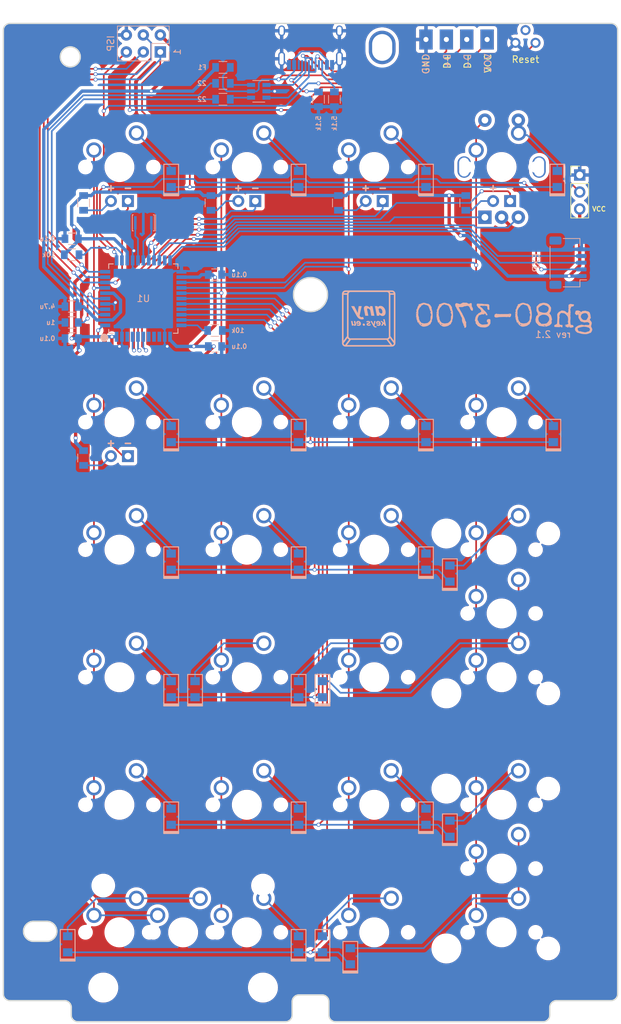
<source format=kicad_pcb>
(kicad_pcb (version 20221018) (generator pcbnew)
  (layers (0 "F.Cu" signal) (31 "B.Cu" signal) (34 "B.Paste" user) (35 "F.Paste" user) (36 "B.SilkS" user "B.Silkscreen") (37 "F.SilkS" user "F.Silkscreen") (38 "B.Mask" user) (39 "F.Mask" user) (44 "Edge.Cuts" user))
  (net 0 "")
  (net 1 "GND")
  (net 2 "VCC")
  (net 3 "Net-(D1-Pad2)")
  (net 4 "Net-(D2-Pad2)")
  (net 5 "Net-(D3-Pad2)")
  (net 6 "Net-(D4-Pad2)")
  (net 7 "Net-(D5-Pad2)")
  (net 8 "Net-(D6-Pad2)")
  (net 9 "Net-(D7-Pad2)")
  (net 10 "Net-(D8-Pad2)")
  (net 11 "Net-(D9-Pad2)")
  (net 12 "Net-(D10-Pad2)")
  (net 13 "Net-(D11-Pad2)")
  (net 14 "Net-(D12-Pad2)")
  (net 15 "Net-(D13-Pad2)")
  (net 16 "Net-(D14-Pad2)")
  (net 17 "Net-(D15-Pad2)")
  (net 18 "Net-(D16-Pad2)")
  (net 19 "row1")
  (net 20 "Net-(D17-Pad2)")
  (net 21 "Net-(D18-Pad2)")
  (net 22 "Net-(D19-Pad2)")
  (net 23 "Net-(D20-Pad2)")
  (net 24 "Net-(D21-Pad2)")
  (net 25 "Net-(D22-Pad2)")
  (net 26 "Net-(D23-Pad2)")
  (net 27 "Net-(D24-Pad2)")
  (net 28 "row2")
  (net 29 "row3")
  (net 30 "row4")
  (net 31 "Net-(J1-Pad4)")
  (net 32 "Net-(J1-Pad10)")
  (net 33 "col0")
  (net 34 "col1")
  (net 35 "col2")
  (net 36 "col3")
  (net 37 "D-")
  (net 38 "D+")
  (net 39 "RST")
  (net 40 "MISO")
  (net 41 "MOSI")
  (net 42 "VBUS")
  (net 43 "row5")
  (net 44 "Net-(R101-Pad1)")
  (net 45 "Net-(R101-Pad2)")
  (net 46 "Net-(R102-Pad1)")
  (net 47 "Net-(R102-Pad2)")
  (net 48 "Net-(R106-Pad2)")
  (net 49 "Rotary_B")
  (net 50 "Rotary_A")
  (net 51 "LED1")
  (net 52 "LED_numlock")
  (net 53 "LED2")
  (net 54 "LED3")
  (net 55 "LED4")
  (net 56 "Net-(LED1-Pad2)")
  (net 57 "Net-(LED2-Pad2)")
  (net 58 "Net-(LED3-Pad2)")
  (net 59 "Net-(LED4-Pad2)")
  (net 60 "Net-(LED5-Pad2)")
  (net 61 "Net-(C3-Pad1)")
  (net 62 "Net-(U1-Pad17)")
  (net 63 "Net-(U1-Pad16)")
  (net 64 "CLK")
  (net 65 "DATA")
  (net 66 "speaker")
  (footprint "Keeb_switches:CHERRY_PLATE_100H" (layer "F.Cu") (at 9.52493 95.250006)
    (fp_text reference "K23" hide)
    (fp_text value "KEYSW" hide)
  )
  (footprint "Keeb_switches:CHERRY_PLATE_100H" (layer "F.Cu") (at -9.52507 95.250006)
    (fp_text reference "K22" hide)
    (fp_text value "KEYSW" hide)
  )
  (footprint "Keeb_switches:CHERRY_PLATE_100H" (layer "F.Cu") (at -28.57507 95.250006)
    (fp_text reference "K21" hide)
    (fp_text value "KEYSW" hide)
  )
  (footprint "Keeb_switches:CHERRY_PLATE_100H" (layer "F.Cu") (at -9.52507 -19.049994)
    (fp_text reference "K2" hide)
    (fp_text value "KEYSW" hide)
  )
  (footprint "Keeb_switches:CHERRY_PLATE_100H" (layer "F.Cu") (at 28.575024 -19.050016)
    (fp_text reference "K4" hide)
    (fp_text value "KEYSW" hide)
  )
  (footprint "Keeb_switches:CHERRY_PLATE_100H" (layer "F.Cu") (at 9.525008 -19.050016)
    (fp_text reference "K3" hide)
    (fp_text value "KEYSW" hide)
  )
  (footprint "Keeb_switches:CHERRY_PLATE_100H" (layer "F.Cu") (at -28.57507 -19.049994)
    (fp_text reference "K1" hide)
    (fp_text value "KEYSW" hide)
  )
  (footprint "Keeb_switches:CHERRY_PLATE_100H" (layer "F.Cu") (at -28.57507 38.100006)
    (fp_text reference "K9" hide)
    (fp_text value "KEYSW" hide)
  )
  (footprint "Keeb_switches:CHERRY_PLATE_100H" (layer "F.Cu") (at 28.57493 38.100006)
    (fp_text reference "K12" hide)
    (fp_text value "KEYSW" hide)
  )
  (footprint "Keeb_switches:CHERRY_PLATE_100H" (layer "F.Cu") (at -9.52507 38.100006)
    (fp_text reference "K10" hide)
    (fp_text value "KEYSW" hide)
  )
  (footprint "Keeb_switches:CHERRY_PLATE_100H" (layer "F.Cu") (at 28.57493 76.200006)
    (fp_text reference "K20" hide)
    (fp_text value "KEYSW" hide)
  )
  (footprint "Keeb_switches:CHERRY_PLATE_100H" (layer "F.Cu") (at 9.52493 76.200006)
    (fp_text reference "K19" hide)
    (fp_text value "KEYSW" hide)
  )
  (footprint "Keeb_switches:CHERRY_PLATE_100H" (layer "F.Cu") (at 9.52493 38.100006)
    (fp_text reference "K11" hide)
    (fp_text value "KEYSW" hide)
  )
  (footprint "Keeb_switches:CHERRY_PLATE_100H" (layer "F.Cu") (at -9.52507 76.200006)
    (fp_text reference "K18" hide)
    (fp_text value "KEYSW" hide)
  )
  (footprint "Keeb_switches:CHERRY_PLATE_100H" (layer "F.Cu") (at -28.57507 76.200006)
    (fp_text reference "K17" hide)
    (fp_text value "KEYSW" hide)
  )
  (footprint "Keeb_switches:CHERRY_PLATE_100H" (layer "F.Cu") (at 28.57493 57.150006)
    (fp_text reference "K16" hide)
    (fp_text value "KEYSW" hide)
  )
  (footprint "Keeb_switches:CHERRY_PLATE_100H" (layer "F.Cu") (at 9.52493 57.150006)
    (fp_text reference "K15" hide)
    (fp_text value "KEYSW" hide)
  )
  (footprint "Keeb_switches:CHERRY_PLATE_100H" (layer "F.Cu") (at -28.57507 57.150006)
    (fp_text reference "K13" hide)
    (fp_text value "KEYSW" hide)
  )
  (footprint "Keeb_switches:CHERRY_PLATE_100H" (layer "F.Cu") (at -28.57507 19.050006)
    (fp_text reference "K5" hide)
    (fp_text value "KEYSW" hide)
  )
  (footprint "Keeb_switches:CHERRY_PLATE_100H" (layer "F.Cu") (at -9.52507 57.150006)
    (fp_text reference "K14" hide)
    (fp_text value "KEYSW" hide)
  )
  (footprint "Keeb_switches:CHERRY_PLATE_100H" (layer "F.Cu") (at 9.52493 19.050006)
    (fp_text reference "K7" hide)
    (fp_text value "KEYSW" hide)
  )
  (footprint "Keeb_switches:CHERRY_PLATE_100H" (layer "F.Cu") (at 28.57493 19.050006)
    (fp_text reference "K8" hide)
    (fp_text value "KEYSW" hide)
  )
  (footprint "Keeb_switches:CHERRY_PLATE_100H" (layer "F.Cu") (at -9.52507 19.050006)
    (fp_text reference "K6" hide)
    (fp_text value "KEYSW" hide)
  )
  (footprint "Keeb_switches:CHERRY_PLATE_100H" (layer "F.Cu") (at 28.57493 95.250006)
    (fp_text reference "K24" hide)
    (fp_text value "KEYSW" hide)
  )
  (footprint "Keeb_switches:CHERRY_PCB_200H_V" (layer "F.Cu") (at 28.575024 47.62504)
    (fp_text reference "K16-1" hide)
    (fp_text value "KEYSW" hide)
  )
  (footprint "Keeb_switches:CHERRY_PCB_200H" (layer "F.Cu") (at -19.050016 95.25008)
    (fp_text reference "K21-1" hide)
    (fp_text value "KEYSW" hide)
  )
  (footprint "Keeb_switches:CHERRY_PCB_200H_V" (layer "F.Cu") (at 28.575024 85.725072)
    (fp_text reference "K24-1" hide)
    (fp_text value "KEYSW" hide)
  )
  (footprint "Keeb_components:USB_breakout" (layer "F.Cu") (at 21.836077 -38.100032)
    (fp_text reference "J3" hide)
    (fp_text value "USB")
  )
  (footprint "Keeb_switches:CHERRY_MX_LED" (layer "F.Cu") (at -28.57507 19.050006)
    (fp_text reference "LED1" hide)
    (fp_text value "LED_ALT" hide)
  )
  (footprint "Keeb_components:HRO_K2-1109DE-D4SW-01" (layer "F.Cu") (at 32.146902 -39.5)
    (fp_text reference "SW1" hide)
    (fp_text value "SW_PUSH")
  )
  (footprint "Keeb_components:RotaryEncoder_Alps_EC11" (layer "F.Cu") (at 28.57493 -19.049994 90)
    (fp_text reference "SW2" hide)
    (fp_text value "Rotary_Encoder_Switch")
  )
  (footprint "Keeb_switches:CHERRY_MX_LED" (layer "F.Cu") (at -28.57507 -19.049994)
    (fp_text reference "LED2" hide)
    (fp_text value "LED_ALT" hide)
  )
  (footprint "Keeb_switches:CHERRY_MX_LED" (layer "F.Cu") (at -9.52507 -19.049994)
    (fp_text reference "LED3" hide)
    (fp_text value "LED_ALT" hide)
  )
  (footprint "Keeb_switches:CHERRY_MX_LED" (layer "F.Cu") (at 9.525008 -19.050016)
    (fp_text reference "LED4" hide)
    (fp_text value "LED_ALT" hide)
  )
  (footprint "Keeb_switches:CHERRY_MX_LED" (layer "F.Cu") (at 28.57493 -19.049994)
    (fp_text reference "LED5" hide)
    (fp_text value "LED_ALT" hide)
  )
  (footprint "Connector_PinHeader_2.54mm:PinHeader_1x03_P2.54mm_Vertical" (layer "F.Cu") (at 40.251093 -17.85939)
    (fp_text reference "J5" hide)
    (fp_text value "RGB")
  )
  (footprint "Keeb_components:strain_relief" (layer "B.Cu") (at 10.715634 -36.909406 180)
    (fp_text reference "REF**" hide)
    (fp_text value "strain_relief")
  )
  (footprint "Keeb_components:Resonator_SMD_muRata_CSTNExxV-3Pin-p1.2" (layer "B.Cu") (at -25.003146 -10.715634 180)
    (fp_text reference "X1" hide)
    (fp_text value "XTAL_GND")
  )
  (footprint "Keeb_components:USBLC6-2SC6" (layer "B.Cu") (at -7.739069 -30.360963 -90)
    (fp_text reference "U2" hide)
    (fp_text value "USBLC6-2SC6")
  )
  (footprint "Keeb_components:R_0805" (layer "B.Cu") (at 1.190626 -29.170337 90)
    (fp_text reference "R103" hide)
    (fp_text value "5.1k")
  )
  (footprint "Keeb_components:R_0805" (layer "B.Cu") (at -13.096886 -31.551589 180)
    (fp_text reference "R102" hide)
    (fp_text value "22")
  )
  (footprint "Keeb_components:ATMEGA32U4" (layer "B.Cu") (at -25.003146 0.595313)
    (fp_text reference "U1")
    (fp_text value "ATmega32U4")
  )
  (footprint "Keeb_components:R_0805" (layer "B.Cu") (at -14.287512 5.357817 180)
    (fp_text reference "R106" hide)
    (fp_text value "10k")
  )
  (footprint "Keeb_components:R_0805" (layer "B.Cu") (at -13.096886 -29.170337)
    (fp_text reference "R101" hide)
    (fp_text value "22")
  )
  (footprint "Keeb_components:R_0805" (layer "B.Cu") (at 3.571878 -29.170337 -90)
    (fp_text reference "R104" hide)
    (fp_text value "5.1k")
  )
  (footprint "Keeb_components:D_0805" (layer "B.Cu") (at 36.909406 -17.264077 90)
    (fp_text reference "D4")
    (fp_text value "D" hide)
  )
  (footprint "Keeb_components:D_0805" (layer "B.Cu") (at -1.785939 20.835955 90)
    (fp_text reference "D6")
    (fp_text value "D" hide)
  )
  (footprint "Keeb_components:D_0805" (layer "B.Cu") (at -20.835955 -17.264077 90)
    (fp_text reference "D1")
    (fp_text value "D" hide)
  )
  (footprint "Keeb_components:C_0805" (layer "B.Cu") (at -14.287512 7.739069 180)
    (fp_text reference "C7")
    (fp_text value "0.1u")
  )
  (footprint "Keeb_components:C_0805" (layer "B.Cu") (at -35.71878 -8.334382)
    (fp_text reference "C6")
    (fp_text value "0.1u")
  )
  (footprint "Keeb_components:C_0805" (layer "B.Cu") (at -35.71878 4.167191 180)
    (fp_text reference "C3")
    (fp_text value "1u")
  )
  (footprint "Keeb_components:C_0805" (layer "B.Cu") (at -14.287512 -2.976565 180)
    (fp_text reference "C4")
    (fp_text value "0.1u")
  )
  (footprint "Keeb_components:D_0805" (layer "B.Cu") (at 20.835955 41.67191 90)
    (fp_text reference "D12")
    (fp_text value "D" hide)
  )
  (footprint "Keeb_components:D_0805" (layer "B.Cu") (at -17.264077 58.935987 90)
    (fp_text reference "D14")
    (fp_text value "D" hide)
  )
  (footprint "Keeb_components:D_0805" (layer "B.Cu") (at -20.835955 20.835955 90)
    (fp_text reference "D5")
    (fp_text value "D" hide)
  )
  (footprint "Keeb_components:D_0805" (layer "B.Cu") (at -20.835955 58.935987 90)
    (fp_text reference "D13")
    (fp_text value "D" hide)
  )
  (footprint "Keeb_components:C_0805" (layer "B.Cu") (at -35.71878 6.548443)
    (fp_text reference "C5")
    (fp_text value "0.1u")
  )
  (footprint "Keeb_components:D_0805" (layer "B.Cu") (at 17.264077 39.885971 90)
    (fp_text reference "D11")
    (fp_text value "D" hide)
  )
  (footprint "Keeb_components:D_0805" (layer "B.Cu") (at -1.785939 -17.264077 90)
    (fp_text reference "D2")
    (fp_text value "D" hide)
  )
  (footprint "Keeb_components:D_0805" (layer "B.Cu") (at -1.785939 39.885971 90)
    (fp_text reference "D10")
    (fp_text value "D" hide)
  )
  (footprint "Keeb_components:D_0805" (layer "B.Cu") (at -20.835955 39.885971 90)
    (fp_text reference "D9")
    (fp_text value "D" hide)
  )
  (footprint "Keeb_components:D_0805" (layer "B.Cu") (at 36.314093 20.835955 90)
    (fp_text reference "D8")
    (fp_text value "D" hide)
  )
  (footprint "Keeb_components:D_0805" (layer "B.Cu") (at 17.264077 20.835955 90)
    (fp_text reference "D7")
    (fp_text value "D" hide)
  )
  (footprint "Keeb_components:C_0805" (layer "B.Cu") (at -35.71878 1.785939)
    (fp_text reference "C8")
    (fp_text value "4.7u")
  )
  (footprint "Keeb_components:D_0805" (layer "B.Cu") (at 17.264077 -17.264077 90)
    (fp_text reference "D3")
    (fp_text value "D" hide)
  )
  (footprint "Keeb_components:D_0805" (layer "B.Cu") (at 17.264077 77.986003 90)
    (fp_text reference "D19")
    (fp_text value "D" hide)
  )
  (footprint "Keeb_components:D_0805" (layer "B.Cu") (at -1.785939 77.986003 90)
    (fp_text reference "D18")
    (fp_text value "D" hide)
  )
  (footprint "Keeb_components:D_0805" (layer "B.Cu") (at -20.835955 77.986003 90)
    (fp_text reference "D17")
    (fp_text value "D" hide)
  )
  (footprint "Keeb_components:D_0805" (layer "B.Cu") (at 1.785939 58.935987 90)
    (fp_text reference "D16")
    (fp_text value "D" hide)
  )
  (footprint "Keeb_components:D_0805" (layer "B.Cu") (at -1.785939 58.935987 90)
    (fp_text reference "D15")
    (fp_text value "D" hide)
  )
  (footprint "Keeb_components:D_0805" (layer "B.Cu") (at -1.785939 97.036019 90)
    (fp_text reference "D22")
    (fp_text value "D" hide)
  )
  (footprint "Keeb_components:D_0805" (layer "B.Cu") (at 20.835955 79.771942 90)
    (fp_text reference "D20")
    (fp_text value "D" hide)
  )
  (footprint "Keeb_components:isp_standard" (layer "B.Cu") (at -25.003146 -37.504719 90)
    (fp_text reference "J2" hide)
    (fp_text value "ISP")
  )
  (footprint "Keeb_components:HRO-TYPE-C-31-M-12" (layer "B.Cu") (at 0 -42)
    (fp_text reference "J1" hide)
    (fp_text value "HRO-TYPE-C-31-M-12")
  )
  (footprint "Keeb_components:R_0805" (layer "B.Cu") (at -13.096886 -33.932841)
    (fp_text reference "F1")
    (fp_text value "Polyfuse" hide)
  )
  (footprint "Keeb_components:D_0805" (layer "B.Cu") (at 5.95313 98.821958 90)
    (fp_text reference "D24")
    (fp_text value "D" hide)
  )
  (footprint "Keeb_components:R_0805" (layer "B.Cu") (at -35.71878 -5.95313 180)
    (fp_text reference "R105" hide)
    (fp_text value "10k")
  )
  (footprint "Keeb_components:R_0805" (layer "B.Cu") (at -33.932841 24.407833 -90)
    (fp_text reference "R1" hide)
    (fp_text value "1k" hide)
  )
  (footprint "Keeb_components:D_0805" (layer "B.Cu") (at -36.314093 97.036019 90)
    (fp_text reference "D21")
    (fp_text value "D" hide)
  )
  (footprint "Keeb_components:D_0805" (layer "B.Cu") (at 1.785939 97.036019 90)
    (fp_text reference "D23")
    (fp_text value "D" hide)
  )
  (footprint "Keeb_components:R_0805" (layer "B.Cu") (at -14.882825 -13.692199 -90)
    (fp_text reference "R3" hide)
    (fp_text value "1k" hide)
  )
  (footprint "Keeb_components:R_0805" (layer "B.Cu") (at 4.167191 -13.692199 -90)
    (fp_text reference "R4" hide)
    (fp_text value "1k" hide)
  )
  (footprint "Keeb_components:R_0805" (layer "B.Cu") (at 23.217207 -13.692199 -90)
    (fp_text reference "R5" hide)
    (fp_text value "1k" hide)
  )
  (footprint "Keeb_components:R_0805" (layer "B.Cu") (at -33.932841 -13.692199 -90)
    (fp_text reference "R2" hide)
    (fp_text value "1k" hide)
  )
  (footprint "footprints:logo" (layer "B.Cu") (at 28.940146 3.571878 180)
    (fp_text reference "G***" hide)
    (fp_text value "LOGO" hide)
  )
  (footprint "Keeb_components:logo_new" (layer "B.Cu") (at 8.699504 3.571878 180)
    (fp_text reference "G***" hide)
    (fp_text value "LOGO" hide)
  )
  (footprint "Connector_JST:JST_SH_SM05B-SRSS-TB_1x05-1MP_P1.00mm_Horizontal" (layer "B.Cu") (at 38.504841 -4.762504 90)
    (fp_text reference "J4" hide)
    (fp_text value "EXP")
  )
  (gr_arc (start -41.425 96.6) (mid -42.925 95.1) (end -41.425 93.6) (stroke (width 0.2)) (layer "Edge.Cuts"))
  (gr_circle (center -35.925 -35.5) (end -34.425 -35.5) (stroke (width 0.2)) (fill none) (layer "Edge.Cuts"))
  (gr_line (start -2.75 107.6) (end -2.75 105.6) (stroke (width 0.2)) (layer "Edge.Cuts"))
  (gr_arc (start -2.75 105.6) (mid -2.457107 104.892893) (end -1.75 104.6) (stroke (width 0.2)) (layer "Edge.Cuts"))
  (gr_line (start 2.75 107.6) (end 2.75 105.6) (stroke (width 0.2)) (layer "Edge.Cuts"))
  (gr_arc (start -36.775 105.449999) (mid -36.067893 105.742892) (end -35.775 106.449999) (stroke (width 0.2)) (layer "Edge.Cuts"))
  (gr_arc (start -34.775 108.6) (mid -35.482107 108.307107) (end -35.775 107.6) (stroke (width 0.2)) (layer "Edge.Cuts"))
  (gr_line (start 35.775 107.6) (end 35.775 106.449999) (stroke (width 0.2)) (layer "Edge.Cuts"))
  (gr_line (start -44.925 -40.5) (end 44.925 -40.5) (stroke (width 0.2)) (layer "Edge.Cuts"))
  (gr_line (start 44.925 105.449999) (end 36.775 105.449999) (stroke (width 0.2)) (layer "Edge.Cuts"))
  (gr_line (start -3.75 108.6) (end -34.775 108.6) (stroke (width 0.2)) (layer "Edge.Cuts"))
  (gr_line (start -39.425 93.6) (end -41.425 93.6) (stroke (width 0.2)) (layer "Edge.Cuts"))
  (gr_arc (start 3.75 108.6) (mid 3.042893 108.307107) (end 2.75 107.6) (stroke (width 0.2)) (layer "Edge.Cuts"))
  (gr_arc (start -39.425 93.6) (mid -37.925 95.1) (end -39.425 96.6) (stroke (width 0.2)) (layer "Edge.Cuts"))
  (gr_arc (start -2.75 107.6) (mid -3.042893 108.307107) (end -3.75 108.6) (stroke (width 0.2)) (layer "Edge.Cuts"))
  (gr_line (start 45.925 -39.5) (end 45.925 104.449999) (stroke (width 0.2)) (layer "Edge.Cuts"))
  (gr_line (start -44.925 105.449999) (end -36.775 105.449999) (stroke (width 0.2)) (layer "Edge.Cuts"))
  (gr_line (start 1.75 104.6) (end -1.75 104.6) (stroke (width 0.2)) (layer "Edge.Cuts"))
  (gr_arc (start 1.75 104.6) (mid 2.457107 104.892893) (end 2.75 105.6) (stroke (width 0.2)) (layer "Edge.Cuts"))
  (gr_line (start -35.775 107.6) (end -35.775 106.449999) (stroke (width 0.2)) (layer "Edge.Cuts"))
  (gr_arc (start 44.925 -40.5) (mid 45.632107 -40.207107) (end 45.925 -39.5) (stroke (width 0.2)) (layer "Edge.Cuts"))
  (gr_arc (start -44.925 105.449999) (mid -45.632107 105.157106) (end -45.925 104.449999) (stroke (width 0.2)) (layer "Edge.Cuts"))
  (gr_arc (start 45.925 104.449999) (mid 45.632107 105.157106) (end 44.925 105.449999) (stroke (width 0.2)) (layer "Edge.Cuts"))
  (gr_line (start -45.925 -39.5) (end -45.925 104.449999) (stroke (width 0.2)) (layer "Edge.Cuts"))
  (gr_arc (start 35.775 106.449999) (mid 36.067893 105.742892) (end 36.775 105.449999) (stroke (width 0.2)) (layer "Edge.Cuts"))
  (gr_circle (center 0 0) (end 2.549999 0) (stroke (width 0.2)) (fill none) (layer "Edge.Cuts"))
  (gr_arc (start -45.925 -39.5) (mid -45.632107 -40.207107) (end -44.925 -40.5) (stroke (width 0.2)) (layer "Edge.Cuts"))
  (gr_arc (start 35.775 107.6) (mid 35.482107 108.307107) (end 34.775 108.6) (stroke (width 0.2)) (layer "Edge.Cuts"))
  (gr_line (start -41.425 96.6) (end -39.425 96.6) (stroke (width 0.2)) (layer "Edge.Cuts"))
  (gr_line (start 3.75 108.6) (end 34.775 108.6) (stroke (width 0.2)) (layer "Edge.Cuts"))
  (gr_text "D-" (at 23.488061 -36.068032 90) (layer "B.SilkS") (effects (font (size 1 1)) (justify left mirror)))
  (gr_text "GND" (at 17.264077 -36.068032 90) (layer "B.SilkS") (effects (font (size 1 1)) (justify left mirror)))
  (gr_text "D+" (at 20.440061 -36.068032 90) (layer "B.SilkS") (effects (font (size 1 1)) (justify left mirror)))
  (gr_text "VCC" (at 26.536061 -36.068032 90) (layer "B.SilkS") (effects (font (size 1 1)) (justify left mirror)))
  (gr_text "rev 2.1" (at 39.060467 5.95313) (layer "B.SilkS") (effects (font (size 1 1)) (justify left mirror)))
  (gr_text "D-" (at 23.488061 -36.068032 90) (layer "F.SilkS") (effects (font (size 1 1)) (justify right)))
  (gr_text "VCC" (at 26.536061 -36.068032 90) (layer "F.SilkS") (effects (font (size 1 1)) (justify right)))
  (gr_text "GND" (at 17.264077 -36.068032 90) (layer "F.SilkS") (effects (font (size 1 1)) (justify right)))
  (gr_text "D+" (at 20.440061 -36.068032 90) (layer "F.SilkS") (effects (font (size 1 1)) (justify right)))
  (gr_text "VCC" (at 42.037032 -12.77939) (layer "F.SilkS") (effects (font (size 0.7 0.7)) (justify left)))
  (gr_text "Reset" (at 32.146902 -35.123467) (layer "F.SilkS") (effects (font (size 1 1))))
  (via (at -21.431268 7.739069) (size 0.6) (drill 0.4) (layers "F.Cu" "B.Cu") (net 1))
  (via (at -11.501451 -3.571878) (size 0.6) (drill 0.4) (layers "F.Cu" "B.Cu") (net 1))
  (via (at -5.357817 -30.360963) (size 0.6) (drill 0.4) (layers "F.Cu" "B.Cu") (net 1))
  (via (at -29.170337 1.190626) (size 0.6) (drill 0.4) (layers "F.Cu" "B.Cu") (net 1))
  (via (at -28.575024 7.739069) (size 0.6) (drill 0.4) (layers "F.Cu" "B.Cu") (net 1))
  (via (at -26.428146 -6.548443) (size 0.6) (drill 0.4) (layers "F.Cu" "B.Cu") (net 1))
  (segment (start -26.070337 -3.571878) (end -25.598459 -3.571878) (width 0.25) (layer "B.Cu") (net 1))
  (segment (start -26.603146 -6.373443) (end -26.428146 -6.548443) (width 0.25) (layer "B.Cu") (net 1))
  (segment (start -22.335955 4.762504) (end -21.803146 5.295313) (width 0.25) (layer "B.Cu") (net 1))
  (segment (start -3.405 -34.305) (end -4.32 -35.22) (width 0.25) (layer "B.Cu") (net 1))
  (segment (start -3.225 -34.305) (end -3.405 -34.305) (width 0.25) (layer "B.Cu") (net 1))
  (segment (start -21.803146 5.295313) (end -21.803146 6.295313) (width 0.25) (layer "B.Cu") (net 1))
  (segment (start -28.203146 7.367191) (end -28.575024 7.739069) (width 0.25) (layer "B.Cu") (net 1))
  (segment (start -28.203146 6.295313) (end -28.203146 7.367191) (width 0.25) (layer "B.Cu") (net 1))
  (segment (start -26.603146 -5.104687) (end -26.603146 -6.373443) (width 0.25) (layer "B.Cu") (net 1))
  (segment (start 3.225 -34.305) (end 3.405 -34.305) (width 0.25) (layer "B.Cu") (net 1))
  (segment (start -21.803146 6.295313) (end -21.803146 7.367191) (width 0.25) (layer "B.Cu") (net 1))
  (segment (start -4.32 -35.22) (end -4.32 -39.4) (width 0.25) (layer "B.Cu") (net 1))
  (segment (start 3.405 -34.305) (end 4.32 -35.22) (width 0.25) (layer "B.Cu") (net 1))
  (segment (start -29.375024 1.395313) (end -29.170337 1.190626) (width 0.25) (layer "B.Cu") (net 1))
  (segment (start -6.589069 -30.360963) (end -5.357817 -30.360963) (width 0.25) (layer "B.Cu") (net 1))
  (segment (start -30.703146 1.395313) (end -29.375024 1.395313) (width 0.25) (layer "B.Cu") (net 1))
  (segment (start -27.670337 4.762504) (end -22.335955 4.762504) (width 0.25) (layer "B.Cu") (net 1))
  (segment (start -26.603146 -5.104687) (end -26.603146 -4.104687) (width 0.25) (layer "B.Cu") (net 1))
  (segment (start -26.603146 -5.104687) (end -26.603146 -6.957817) (width 0.25) (layer "B.Cu") (net 1))
  (segment (start -28.203146 5.295313) (end -27.670337 4.762504) (width 0.25) (layer "B.Cu") (net 1))
  (segment (start -21.803146 7.367191) (end -21.431268 7.739069) (width 0.25) (layer "B.Cu") (net 1))
  (segment (start -28.203146 6.295313) (end -28.203146 5.295313) (width 0.25) (layer "B.Cu") (net 1))
  (segment (start -26.603146 -4.104687) (end -26.070337 -3.571878) (width 0.25) (layer "B.Cu") (net 1))
  (segment (start 4.32 -39.4) (end 4.32 -35.22) (width 0.25) (layer "B.Cu") (net 1))
  (segment (start -14.287451 4.571939) (end -17.454581 7.739069) (width 0.5) (layer "F.Cu") (net 2))
  (segment (start -14.287514 4.571876) (end -14.287451 4.571939) (width 0.5) (layer "F.Cu") (net 2))
  (segment (start -23.81252 -30.39065) (end -20.835955 -33.367215) (width 0.5) (layer "F.Cu") (net 2))
  (segment (start -35.233559 0.514901) (end -35.233559 -1.866351) (width 0.5) (layer "F.Cu") (net 2))
  (segment (start -34.528154 8.334382) (end -35.123467 8.929695) (width 0.5) (layer "F.Cu") (net 2))
  (segment (start -35.346845 -8.367256) (end -35.346845 -10.087447) (width 0.5) (layer "F.Cu") (net 2))
  (segment (start -14.478016 7.739069) (end -16.263955 9.525008) (width 0.5) (layer "F.Cu") (net 2))
  (segment (start -35.233559 0.514901) (end -35.233559 6.063224) (width 0.5) (layer "F.Cu") (net 2))
  (segment (start 40.251093 -12.77939) (end 40.251093 -4.334382) (width 0.5) (layer "F.Cu") (net 2))
  (segment (start -35.233559 6.063224) (end -35.718778 6.548443) (width 0.5) (layer "F.Cu") (net 2))
  (segment (start -20.835955 -37.147528) (end -22.463146 -38.774719) (width 0.5) (layer "F.Cu") (net 2))
  (segment (start 20.736077 -14.792199) (end 20.736077 -10.521833) (width 0.5) (layer "F.Cu") (net 2))
  (segment (start -35.123467 8.929695) (end -35.123467 19.050016) (width 0.5) (layer "F.Cu") (net 2))
  (segment (start -33.480497 -3.619413) (end -33.480497 -6.500908) (width 0.5) (layer "F.Cu") (net 2))
  (segment (start -33.480497 -6.500908) (end -35.346845 -8.367256) (width 0.5) (layer "F.Cu") (net 2))
  (segment (start -16.263955 9.525008) (end -24.598337 9.525008) (width 0.5) (layer "F.Cu") (net 2))
  (segment (start -24.598337 9.525008) (end -27.899087 9.525008) (width 0.5) (layer "F.Cu") (net 2))
  (segment (start -29.703024 7.721071) (end -29.703024 6.295313) (width 0.5) (layer "F.Cu") (net 2))
  (segment (start 40.251093 -4.334382) (end 38.679215 -2.762504) (width 0.5) (layer "F.Cu") (net 2))
  (segment (start -20.835955 -33.367215) (end -20.835955 -37.147528) (width 0.5) (layer "F.Cu") (net 2))
  (segment (start -14.287514 -2.571817) (end -14.287514 4.571876) (width 0.5) (layer "F.Cu") (net 2))
  (segment (start -35.233559 -1.866351) (end -33.480497 -3.619413) (width 0.5) (layer "F.Cu") (net 2))
  (segment (start 20.736077 -10.521833) (end 22.43139 -8.82652) (width 0.5) (layer "F.Cu") (net 2))
  (segment (start -27.899087 9.525008) (end -29.703024 7.721071) (width 0.5) (layer "F.Cu") (net 2))
  (segment (start -35.123467 19.050016) (end -35.123467 21.431268) (width 0.5) (layer "F.Cu") (net 2))
  (via (at -17.454581 7.739069) (size 0.6) (drill 0.4) (layers "F.Cu" "B.Cu") (net 2))
  (via (at -29.703024 6.295313) (size 0.6) (drill 0.4) (layers "F.Cu" "B.Cu") (net 2))
  (via (at 20.736077 -14.792199) (size 0.6) (drill 0.4) (layers "F.Cu" "B.Cu") (net 2))
  (via (at -35.123467 21.431268) (size 0.6) (drill 0.4) (layers "F.Cu" "B.Cu") (net 2))
  (via (at -14.287514 -2.571817) (size 0.6) (drill 0.4) (layers "F.Cu" "B.Cu") (net 2))
  (via (at 38.679215 -2.762504) (size 0.6) (drill 0.4) (layers "F.Cu" "B.Cu") (net 2))
  (via (at -35.718778 6.548443) (size 0.6) (drill 0.4) (layers "F.Cu" "B.Cu") (net 2))
  (via (at 22.43139 -8.82652) (size 0.6) (drill 0.4) (layers "F.Cu" "B.Cu") (net 2))
  (via (at -34.528154 8.334382) (size 0.6) (drill 0.4) (layers "F.Cu" "B.Cu") (net 2))
  (via (at -14.478016 7.739069) (size 0.6) (drill 0.4) (layers "F.Cu" "B.Cu") (net 2))
  (via (at -35.233559 0.514901) (size 0.6) (drill 0.4) (layers "F.Cu" "B.Cu") (net 2))
  (via (at -35.346845 -10.087447) (size 0.6) (drill 0.4) (layers "F.Cu" "B.Cu") (net 2))
  (via (at -23.81252 -30.39065) (size 0.6) (drill 0.4) (layers "F.Cu" "B.Cu") (net 2))
  (segment (start -35.71878 -13.15626) (end -35.71878 -10.459382) (width 0.5) (layer "B.Cu") (net 2))
  (segment (start 27.839611 -4.45313) (end 23.466221 -8.82652) (width 0.5) (layer "B.Cu") (net 2))
  (segment (start 15.909135 -15.309017) (end 16.425953 -14.792199) (width 0.5) (layer "B.Cu") (net 2))
  (segment (start -34.082841 -14.792199) (end -35.71878 -13.15626) (width 0.5) (layer "B.Cu") (net 2))
  (segment (start -34.84065 0.907809) (end -34.84065 1.664069) (width 0.5) (layer "B.Cu") (net 2))
  (segment (start -32.266045 -15.308995) (end -32.782841 -14.792199) (width 0.5) (layer "B.Cu") (net 2))
  (segment (start -15.287512 7.739069) (end -17.454581 7.739069) (width 0.5) (layer "B.Cu") (net 2))
  (segment (start -27.403146 -6.354687) (end -28.681276 -7.632817) (width 0.5) (layer "B.Cu") (net 2))
  (segment (start -16.549621 -15.308995) (end -18.880873 -15.308995) (width 0.5) (layer "B.Cu") (net 2))
  (segment (start -5.833987 -15.308995) (end -6.717586 -15.308995) (width 0.5) (layer "B.Cu") (net 2))
  (segment (start -15.287512 -2.976565) (end -16.287512 -2.976565) (width 0.5) (layer "B.Cu") (net 2))
  (segment (start -39.885971 -24.666803) (end -39.885971 -4.137512) (width 0.5) (layer "B.Cu") (net 2))
  (segment (start -34.46565 6.295313) (end -34.71878 6.548443) (width 0.5) (layer "B.Cu") (net 2))
  (segment (start 40.504841 -2.762504) (end 38.679215 -2.762504) (width 0.5) (layer "B.Cu") (net 2))
  (segment (start -28.420336 0.830625) (end -29.455648 -0.204687) (width 0.5) (layer "B.Cu") (net 2))
  (segment (start -33.71878 -8.334382) (end -34.71878 -8.334382) (width 0.5) (layer "B.Cu") (net 2))
  (segment (start -35.123467 21.431268) (end -35.123467 22.117207) (width 0.5) (layer "B.Cu") (net 2))
  (segment (start -14.882825 -14.792199) (end -16.032825 -14.792199) (width 0.5) (layer "B.Cu") (net 2))
  (segment (start 16.425953 -14.792199) (end 20.736077 -14.792199) (width 0.5) (layer "B.Cu") (net 2))
  (segment (start -29.003146 6.295313) (end -29.703024 6.295313) (width 0.5) (layer "B.Cu") (net 2))
  (segment (start -19.775954 -15.014076) (end -21.895956 -15.014076) (width 0.5) (layer "B.Cu") (net 2))
  (segment (start -17.589077 -30.39065) (end -16.548451 -31.431276) (width 0.5) (layer "B.Cu") (net 2))
  (segment (start -15.287512 7.739069) (end -14.478016 7.739069) (width 0.5) (layer "B.Cu") (net 2))
  (segment (start -34.71878 -8.05313) (end -36.81878 -5.95313) (width 0.5) (layer "B.Cu") (net 2))
  (segment (start -21.003146 6.770313) (end -21.003146 6.295313) (width 0.5) (layer "B.Cu") (net 2))
  (segment (start -33.932841 1.815618) (end -34.689101 1.815618) (width 0.5) (layer "B.Cu") (net 2))
  (segment (start -23.81252 -30.39065) (end -17.589077 -30.39065) (width 0.5) (layer "B.Cu") (net 2))
  (segment (start 4.167191 -14.792199) (end -2.624063 -14.792199) (width 0.5) (layer "B.Cu") (net 2))
  (segment (start -16.032825 -14.792199) (end -16.549621 -15.308995) (width 0.5) (layer "B.Cu") (net 2))
  (segment (start 22.067207 -14.792199) (end 23.217207 -14.792199) (width 0.5) (layer "B.Cu") (net 2))
  (segment (start -35.233559 0.514901) (end -34.84065 0.907809) (width 0.5) (layer "B.Cu") (net 2))
  (segment (start 23.466221 -8.82652) (end 22.43139 -8.82652) (width 0.5) (layer "B.Cu") (net 2))
  (segment (start -35.123467 22.117207) (end -33.932841 23.307833) (width 0.5) (layer "B.Cu") (net 2))
  (segment (start -32.782841 -14.792199) (end -33.932841 -14.792199) (width 0.5) (layer "B.Cu") (net 2))
  (segment (start -34.71878 8.143756) (end -34.528154 8.334382) (width 0.5) (layer "B.Cu") (net 2))
  (segment (start -18.082825 -2.604687) (end -19.303146 -2.604687) (width 0.5) (layer "B.Cu") (net 2))
  (segment (start -27.403146 -5.104687) (end -27.403146 -6.354687) (width 0.5) (layer "B.Cu") (net 2))
  (segment (start -9.694151 -15.308995) (end -13.216029 -15.308995) (width 0.5) (layer "B.Cu") (net 2))
  (segment (start -14.196886 -33.932841) (end -14.196886 -33.782841) (width 0.5) (layer "B.Cu") (net 2))
  (segment (start -18.880873 -15.308995) (end -19.481035 -15.308995) (width 0.5) (layer "B.Cu") (net 2))
  (segment (start -35.718778 6.548443) (end -34.71878 6.548443) (width 0.5) (layer "B.Cu") (net 2))
  (segment (start -20.03439 7.739069) (end -21.003146 6.770313) (width 0.5) (layer "B.Cu") (net 2))
  (segment (start -29.584276 3.795313) (end -29.360841 3.571878) (width 0.5) (layer "B.Cu") (net 2))
  (segment (start -30.703146 -0.204687) (end -29.668144 -0.204687) (width 0.5) (layer "B.Cu") (net 2))
  (segment (start -14.196886 -33.782841) (end -16.548451 -31.431276) (width 0.5) (layer "B.Cu") (net 2))
  (segment (start -35.346845 -10.087447) (end -34.71878 -9.459382) (width 0.5) (layer "B.Cu") (net 2))
  (segment (start -16.65939 -2.604687) (end -18.082825 -2.604687) (width 0.5) (layer "B.Cu") (net 2))
  (segment (start 5.317191 -14.792199) (end 5.834009 -15.309017) (width 0.5) (layer "B.Cu") (net 2))
  (segment (start -31.953146 3.795313) (end -33.932841 1.815618) (width 0.5) (layer "B.Cu") (net 2))
  (segment (start -14.692262 -2.976565) (end -14.287514 -2.571817) (width 0.5) (layer "B.Cu") (net 2))
  (segment (start -34.689101 1.815618) (end -34.71878 1.785939) (width 0.5) (layer "B.Cu") (net 2))
  (segment (start -15.287512 -2.976565) (end -14.692262 -2.976565) (width 0.5) (layer "B.Cu") (net 2))
  (segment (start -17.454581 7.739069) (end -20.03439 7.739069) (width 0.5) (layer "B.Cu") (net 2))
  (segment (start -13.216029 -15.308995) (end -13.732825 -14.792199) (width 0.5) (layer "B.Cu") (net 2))
  (segment (start -34.162124 -30.39065) (end -35.252952 -29.299822) (width 0.5) (layer "B.Cu") (net 2))
  (segment (start 38.679215 -2.762504) (end 29.530237 -2.762504) (width 0.5) (layer "B.Cu") (net 2))
  (segment (start -2.624063 -14.792199) (end -3.140859 -15.308995) (width 0.5) (layer "B.Cu") (net 2))
  (segment (start 20.736077 -14.792199) (end 22.067207 -14.792199) (width 0.5) (layer "B.Cu") (net 2))
  (segment (start 29.530237 -2.762504) (end 27.839611 -4.45313) (width 0.5) (layer "B.Cu") (net 2))
  (segment (start -29.360841 3.571878) (end -28.420336 2.631373) (width 0.5) (layer "B.Cu") (net 2))
  (segment (start -19.481035 -15.308995) (end -19.775954 -15.014076) (width 0.5) (layer "B.Cu") (net 2))
  (segment (start -34.84065 1.664069) (end -34.71878 1.785939) (width 0.5) (layer "B.Cu") (net 2))
  (segment (start -21.895956 -15.014076) (end -22.190875 -15.308995) (width 0.5) (layer "B.Cu") (net 2))
  (segment (start -18.33556 -15.308995) (end -18.880873 -15.308995) (width 0.5) (layer "B.Cu") (net 2))
  (segment (start -34.71878 6.548443) (end -34.71878 8.143756) (width 0.5) (layer "B.Cu") (net 2))
  (segment (start -35.252952 -29.299822) (end -39.885971 -24.666803) (width 0.5) (layer "B.Cu") (net 2))
  (segment (start -16.287512 -2.976565) (end -16.65939 -2.604687) (width 0.5) (layer "B.Cu") (net 2))
  (segment (start -35.71878 -10.459382) (end -35.346845 -10.087447) (width 0.5) (layer "B.Cu") (net 2))
  (segment (start -29.455648 -0.204687) (end -29.668144 -0.204687) (width 0.5) (layer "B.Cu") (net 2))
  (segment (start 4.167191 -14.792199) (end 5.317191 -14.792199) (width 0.5) (layer "B.Cu") (net 2))
  (segment (start 5.834009 -15.309017) (end 15.909135 -15.309017) (width 0.5) (layer "B.Cu") (net 2))
  (segment (start -39.885971 -4.137512) (end -35.233559 0.514901) (width 0.5) (layer "B.Cu") (net 2))
  (segment (start -3.140859 -15.308995) (end -6.717586 -15.308995) (width 0.5) (layer "B.Cu") (net 2))
  (segment (start -13.732825 -14.792199) (end -14.882825 -14.792199) (width 0.5) (layer "B.Cu") (net 2))
  (segment (start -29.703024 6.295313) (end -34.46565 6.295313) (width 0.5) (layer "B.Cu") (net 2))
  (segment (start -22.190875 -15.308995) (end -32.266045 -15.308995) (width 0.5) (layer "B.Cu") (net 2))
  (segment (start -29.382841 -8.334382) (end -33.71878 -8.334382) (width 0.5) (layer "B.Cu") (net 2))
  (segment (start -28.420336 2.631373) (end -28.420336 0.830625) (width 0.5) (layer "B.Cu") (net 2))
  (segment (start -34.71878 -9.459382) (end -34.71878 -8.334382) (width 0.5) (layer "B.Cu") (net 2))
  (segment (start -23.81252 -30.39065) (end -34.162124 -30.39065) (width 0.5) (layer "B.Cu") (net 2))
  (segment (start -6.717586 -15.308995) (end -9.694151 -15.308995) (width 0.5) (layer "B.Cu") (net 2))
  (segment (start -28.681276 -7.632817) (end -29.382841 -8.334382) (width 0.5) (layer "B.Cu") (net 2))
  (segment (start -31.953146 3.795313) (end -30.703146 3.795313) (width 0.5) (layer "B.Cu") (net 2))
  (segment (start -33.932841 -14.792199) (end -34.082841 -14.792199) (width 0.5) (layer "B.Cu") (net 2))
  (segment (start -30.703146 3.795313) (end -29.584276 3.795313) (width 0.5) (layer "B.Cu") (net 2))
  (segment (start -26.03507 -24.129994) (end -20.835955 -18.930879) (width 0.25) (layer "B.Cu") (net 3))
  (segment (start -20.835955 -18.930879) (end -20.835955 -18.464077) (width 0.25) (layer "B.Cu") (net 3))
  (segment (start -1.785939 -18.930863) (end -1.785939 -18.464077) (width 0.25) (layer "B.Cu") (net 4))
  (segment (start -6.98507 -24.129994) (end -1.785939 -18.930863) (width 0.25) (layer "B.Cu") (net 4))
  (segment (start 17.264077 -18.930947) (end 17.264077 -18.464077) (width 0.25) (layer "B.Cu") (net 5))
  (segment (start 12.065008 -24.130016) (end 17.264077 -18.930947) (width 0.25) (layer "B.Cu") (net 5))
  (segment (start 36.909406 -19.314077) (end 36.909406 -18.464077) (width 0.25) (layer "B.Cu") (net 6))
  (segment (start 36.909406 -19.314077) (end 32.410963 -23.81252) (width 0.25) (layer "B.Cu") (net 6))
  (segment (start 31.07493 -24.169994) (end 31.11493 -24.129994) (width 0.25) (layer "B.Cu") (net 6))
  (segment (start 31.43252 -23.81252) (end 31.115024 -24.130016) (width 0.25) (layer "B.Cu") (net 6))
  (segment (start 31.07493 -26.049994) (end 31.07493 -24.169994) (width 0.25) (layer "B.Cu") (net 6))
  (segment (start 32.410963 -23.81252) (end 31.43252 -23.81252) (width 0.25) (layer "B.Cu") (net 6))
  (segment (start -20.835955 19.169121) (end -20.835955 19.635955) (width 0.25) (layer "B.Cu") (net 7))
  (segment (start -26.03507 13.970006) (end -20.835955 19.169121) (width 0.25) (layer "B.Cu") (net 7))
  (segment (start -6.98507 13.970006) (end -1.785939 19.169137) (width 0.25) (layer "B.Cu") (net 8))
  (segment (start -1.785939 19.169137) (end -1.785939 19.635955) (width 0.25) (layer "B.Cu") (net 8))
  (segment (start 17.264077 19.169153) (end 17.264077 19.635955) (width 0.25) (layer "B.Cu") (net 9))
  (segment (start 12.06493 13.970006) (end 17.264077 19.169153) (width 0.25) (layer "B.Cu") (net 9))
  (segment (start 31.11493 13.970006) (end 36.314093 19.169169) (width 0.25) (layer "B.Cu") (net 10))
  (segment (start 36.314093 19.169169) (end 36.314093 19.635955) (width 0.25) (layer "B.Cu") (net 10))
  (segment (start -20.835955 38.219121) (end -20.835955 38.685971) (width 0.25) (layer "B.Cu") (net 11))
  (segment (start -26.03507 33.020006) (end -20.835955 38.219121) (width 0.25) (layer "B.Cu") (net 11))
  (segment (start -1.785939 38.219137) (end -1.785939 38.685971) (width 0.25) (layer "B.Cu") (net 12))
  (segment (start -6.98507 33.020006) (end -1.785939 38.219137) (width 0.25) (layer "B.Cu") (net 12))
  (segment (start 12.06493 33.020006) (end 17.264077 38.219153) (width 0.25) (layer "B.Cu") (net 13))
  (segment (start 17.264077 38.219153) (end 17.264077 38.685971) (width 0.25) (layer "B.Cu") (net 13))
  (segment (start 22.86336 40.47191) (end 20.835955 40.47191) (width 0.25) (layer "B.Cu") (net 14))
  (segment (start 30.315264 33.020006) (end 22.86336 40.47191) (width 0.25) (layer "B.Cu") (net 14))
  (segment (start 31.11493 33.020006) (end 30.315264 33.020006) (width 0.25) (layer "B.Cu") (net 14))
  (segment (start -26.03507 52.070006) (end -20.835955 57.269121) (width 0.25) (layer "B.Cu") (net 15))
  (segment (start -20.835955 57.269121) (end -20.835955 57.735987) (width 0.25) (layer "B.Cu") (net 15))
  (segment (start -17.264077 56.366371) (end -12.967712 52.070006) (width 0.25) (layer "B.Cu") (net 16))
  (segment (start -12.967712 52.070006) (end -8.601516 52.070006) (width 0.25) (layer "B.Cu") (net 16))
  (segment (start -8.601516 52.070006) (end -6.98507 52.070006) (width 0.25) (layer "B.Cu") (net 16))
  (segment (start -17.264077 57.735987) (end -17.264077 56.366371) (width 0.25) (layer "B.Cu") (net 16))
  (segment (start 3.030042 52.070006) (end 10.448484 52.070006) (width 0.25) (layer "B.Cu") (net 17))
  (segment (start -1.785939 56.885987) (end 3.030042 52.070006) (width 0.25) (layer "B.Cu") (net 17))
  (segment (start 10.448484 52.070006) (end 12.06493 52.070006) (width 0.25) (layer "B.Cu") (net 17))
  (segment (start -1.785939 57.735987) (end -1.785939 56.885987) (width 0.25) (layer "B.Cu") (net 17))
  (segment (start 31.11493 42.545134) (end 31.115024 42.54504) (width 0.25) (layer "F.Cu") (net 18))
  (segment (start 31.11493 52.070006) (end 31.11493 42.545134) (width 0.25) (layer "F.Cu") (net 18))
  (segment (start 2.735939 57.735987) (end 4.468859 59.468907) (width 0.25) (layer "B.Cu") (net 18))
  (segment (start 22.344119 52.070006) (end 31.11493 52.070006) (width 0.25) (layer "B.Cu") (net 18))
  (segment (start 4.468859 59.468907) (end 14.945218 59.468907) (width 0.25) (layer "B.Cu") (net 18))
  (segment (start 14.945218 59.468907) (end 22.344119 52.070006) (width 0.25) (layer "B.Cu") (net 18))
  (segment (start 1.785939 57.735987) (end 2.735939 57.735987) (width 0.25) (layer "B.Cu") (net 18))
  (segment (start -0.009374 10.70626) (end -0.009374 22.035955) (width 0.25) (layer "F.Cu") (net 19))
  (segment (start -5.95313 4.762504) (end -0.009374 10.70626) (width 0.25) (layer "F.Cu") (net 19))
  (via (at -5.95313 4.762504) (size 0.6) (drill 0.4) (layers "F.Cu" "B.Cu") (net 19))
  (via (at -0.009374 22.035955) (size 0.6) (drill 0.4) (layers "F.Cu" "B.Cu") (net 19))
  (segment (start 17.264077 22.035955) (end -0.009374 22.035955) (width 0.25) (layer "B.Cu") (net 19))
  (segment (start -1.785939 22.035955) (end -2.735939 22.035955) (width 0.25) (layer "B.Cu") (net 19))
  (segment (start -2.735939 22.035955) (end -20.835955 22.035955) (width 0.25) (layer "B.Cu") (net 19))
  (segment (start -6.920321 3.795313) (end -5.95313 4.762504) (width 0.25) (layer "B.Cu") (net 19))
  (segment (start -19.303146 3.795313) (end -6.920321 3.795313) (width 0.25) (layer "B.Cu") (net 19))
  (segment (start -0.009374 22.035955) (end -1.785939 22.035955) (width 0.25) (layer "B.Cu") (net 19))
  (segment (start 36.314093 22.035955) (end 17.264077 22.035955) (width 0.25) (layer "B.Cu") (net 19))
  (segment (start -26.03507 71.120006) (end -20.835955 76.319121) (width 0.25) (layer "B.Cu") (net 20))
  (segment (start -20.835955 76.319121) (end -20.835955 76.786003) (width 0.25) (layer "B.Cu") (net 20))
  (segment (start -1.785939 76.319137) (end -1.785939 76.786003) (width 0.25) (layer "B.Cu") (net 21))
  (segment (start -6.98507 71.120006) (end -1.785939 76.319137) (width 0.25) (layer "B.Cu") (net 21))
  (segment (start 12.06493 71.120006) (end 17.264077 76.319153) (width 0.25) (layer "B.Cu") (net 22))
  (segment (start 17.264077 76.319153) (end 17.264077 76.786003) (width 0.25) (layer "B.Cu") (net 22))
  (segment (start 22.863328 78.571942) (end 20.835955 78.571942) (width 0.25) (layer "B.Cu") (net 23))
  (segment (start 31.11493 71.120006) (end 30.315265 71.120006) (width 0.25) (layer "B.Cu") (net 23))
  (segment (start 30.315265 71.120006) (end 22.863328 78.571942) (width 0.25) (layer "B.Cu") (net 23))
  (segment (start -27.651516 90.170006) (end -26.03507 90.170006) (width 0.25) (layer "B.Cu") (net 24))
  (segment (start -32.017712 90.170006) (end -27.651516 90.170006) (width 0.25) (layer "B.Cu") (net 24))
  (segment (start -16.51009 90.170006) (end -16.510016 90.17008) (width 0.25) (layer "B.Cu") (net 24))
  (segment (start -26.03507 90.170006) (end -16.51009 90.170006) (width 0.25) (layer "B.Cu") (net 24))
  (segment (start -36.314093 94.466387) (end -32.017712 90.170006) (width 0.25) (layer "B.Cu") (net 24))
  (segment (start -36.314093 95.836019) (end -36.314093 94.466387) (width 0.25) (layer "B.Cu") (net 24))
  (segment (start -6.98507 90.170006) (end -1.785939 95.369137) (width 0.25) (layer "B.Cu") (net 25))
  (segment (start -1.785939 95.369137) (end -1.785939 95.836019) (width 0.25) (layer "B.Cu") (net 25))
  (segment (start 6.082288 90.170006) (end 10.448484 90.170006) (width 0.25) (layer "B.Cu") (net 26))
  (segment (start 1.785939 95.836019) (end 1.785939 94.466355) (width 0.25) (layer "B.Cu") (net 26))
  (segment (start 10.448484 90.170006) (end 12.06493 90.170006) (width 0.25) (layer "B.Cu") (net 26))
  (segment (start 1.785939 94.466355) (end 6.082288 90.170006) (width 0.25) (layer "B.Cu") (net 26))
  (segment (start 31.11493 80.645166) (end 31.115024 80.645072) (width 0.25) (layer "F.Cu") (net 27))
  (segment (start 31.11493 90.170006) (end 31.11493 80.645166) (width 0.25) (layer "F.Cu") (net 27))
  (segment (start 16.929164 97.621958) (end 24.381116 90.170006) (width 0.25) (layer "B.Cu") (net 27))
  (segment (start 24.381116 90.170006) (end 29.498484 90.170006) (width 0.25) (layer "B.Cu") (net 27))
  (segment (start 5.95313 97.621958) (end 16.929164 97.621958) (width 0.25) (layer "B.Cu") (net 27))
  (segment (start 29.498484 90.170006) (end 31.11493 90.170006) (width 0.25) (layer "B.Cu") (net 27))
  (segment (start -5.357817 4.167191) (end 0.615627 10.140635) (width 0.25) (layer "F.Cu") (net 28))
  (segment (start 0.615627 38.079718) (end 0.615627 41.075031) (width 0.25) (layer "F.Cu") (net 28))
  (segment (start 0.615627 41.075031) (end 0.604687 41.085971) (width 0.25) (layer "F.Cu") (net 28))
  (segment (start 0.615627 10.140635) (end 0.615627 38.079718) (width 0.25) (layer "F.Cu") (net 28))
  (via (at -5.357817 4.167191) (size 0.6) (drill 0.4) (layers "F.Cu" "B.Cu") (net 28))
  (via (at 0.604687 41.085971) (size 0.6) (drill 0.4) (layers "F.Cu" "B.Cu") (net 28))
  (segment (start -6.529695 2.995313) (end -5.357817 4.167191) (width 0.25) (layer "B.Cu") (net 28))
  (segment (start 19.885955 41.92191) (end 19.885955 42.02191) (width 0.25) (layer "B.Cu") (net 28))
  (segment (start 19.885955 42.02191) (end 20.735955 42.87191) (width 0.25) (layer "B.Cu") (net 28))
  (segment (start -20.835955 41.085971) (end -1.785939 41.085971) (width 0.25) (layer "B.Cu") (net 28))
  (segment (start 0.604687 41.085971) (end 17.264077 41.085971) (width 0.25) (layer "B.Cu") (net 28))
  (segment (start 20.735955 42.87191) (end 20.835955 42.87191) (width 0.25) (layer "B.Cu") (net 28))
  (segment (start 17.264077 41.085971) (end 19.050016 41.085971) (width 0.25) (layer "B.Cu") (net 28))
  (segment (start -19.303146 2.995313) (end -6.529695 2.995313) (width 0.25) (layer "B.Cu") (net 28))
  (segment (start 0.009374 41.085971) (end 0.604687 41.085971) (width 0.25) (layer "B.Cu") (net 28))
  (segment (start 19.050016 41.085971) (end 19.885955 41.92191) (width 0.25) (layer "B.Cu") (net 28))
  (segment (start -1.785939 41.085971) (end 0.009374 41.085971) (width 0.25) (layer "B.Cu") (net 28))
  (segment (start 0.89297 59.828957) (end 0.585939 60.135987) (width 0.25) (layer "F.Cu") (net 29))
  (segment (start 1.229688 59.492239) (end 0.89297 59.828957) (width 0.25) (layer "F.Cu") (net 29))
  (segment (start -4.762504 3.571878) (end 1.229688 9.56407) (width 0.25) (layer "F.Cu") (net 29))
  (segment (start 1.229688 9.56407) (end 1.229688 59.492239) (width 0.25) (layer "F.Cu") (net 29))
  (via (at 0.585939 60.135987) (size 0.6) (drill 0.4) (layers "F.Cu" "B.Cu") (net 29))
  (via (at -4.762504 3.571878) (size 0.6) (drill 0.4) (layers "F.Cu" "B.Cu") (net 29))
  (segment (start -19.303146 2.195313) (end -6.139069 2.195313) (width 0.25) (layer "B.Cu") (net 29))
  (segment (start 0.585939 60.135987) (end 1.785939 60.135987) (width 0.25) (layer "B.Cu") (net 29))
  (segment (start -6.139069 2.195313) (end -4.762504 3.571878) (width 0.25) (layer "B.Cu") (net 29))
  (segment (start -1.785939 60.135987) (end 0.585939 60.135987) (width 0.25) (layer "B.Cu") (net 29))
  (segment (start -17.264077 60.135987) (end -1.785939 60.135987) (width 0.25) (layer "B.Cu") (net 29))
  (segment (start -20.835955 60.135987) (end -17.264077 60.135987) (width 0.25) (layer "B.Cu") (net 29))
  (segment (start 1.815627 40.451596) (end 1.815627 78.570376) (width 0.25) (layer "F.Cu") (net 30))
  (segment (start 1.815627 8.959383) (end 1.815627 40.451596) (width 0.25) (layer "F.Cu") (net 30))
  (segment (start -4.167191 2.976565) (end 1.815627 8.959383) (width 0.25) (layer "F.Cu") (net 30))
  (segment (start 1.815627 78.570376) (end 1.2 79.186003) (width 0.25) (layer "F.Cu") (net 30))
  (via (at 1.2 79.186003) (size 0.6) (drill 0.4) (layers "F.Cu" "B.Cu") (net 30))
  (via (at -4.167191 2.976565) (size 0.6) (drill 0.4) (layers "F.Cu" "B.Cu") (net 30))
  (segment (start 20.735955 80.971942) (end 20.835955 80.971942) (width 0.25) (layer "B.Cu") (net 30))
  (segment (start -20.835955 79.186003) (end -1.785939 79.186003) (width 0.25) (layer "B.Cu") (net 30))
  (segment (start -5.748443 1.395313) (end -4.167191 2.976565) (width 0.25) (layer "B.Cu") (net 30))
  (segment (start 1.2 79.186003) (end 17.264077 79.186003) (width 0.25) (layer "B.Cu") (net 30))
  (segment (start -0.835939 79.186003) (end 1.2 79.186003) (width 0.25) (layer "B.Cu") (net 30))
  (segment (start -19.303146 1.395313) (end -5.748443 1.395313) (width 0.25) (layer "B.Cu") (net 30))
  (segment (start 19.050016 79.186003) (end 19.885955 80.021942) (width 0.25) (layer "B.Cu") (net 30))
  (segment (start -1.785939 79.186003) (end -0.835939 79.186003) (width 0.25) (layer "B.Cu") (net 30))
  (segment (start 19.885955 80.121942) (end 20.735955 80.971942) (width 0.25) (layer "B.Cu") (net 30))
  (segment (start 19.885955 80.021942) (end 19.885955 80.121942) (width 0.25) (layer "B.Cu") (net 30))
  (segment (start 17.264077 79.186003) (end 19.050016 79.186003) (width 0.25) (layer "B.Cu") (net 30))
  (segment (start -1.190627 -30.360963) (end -2.86289 -32.033226) (width 0.25) (layer "F.Cu") (net 31))
  (segment (start -0.595313 -30.360963) (end -1.190627 -30.360963) (width 0.25) (layer "F.Cu") (net 31))
  (via (at -2.86289 -32.033226) (size 0.6) (drill 0.4) (layers "F.Cu" "B.Cu") (net 31))
  (via (at -0.595313 -30.360963) (size 0.6) (drill 0.4) (layers "F.Cu" "B.Cu") (net 31))
  (segment (start -2.86289 -32.033226) (end -2.749214 -32.146902) (width 0.25) (layer "B.Cu") (net 31))
  (segment (start 1.1 -30.360963) (end 1.190626 -30.270337) (width 0.25) (layer "B.Cu") (net 31))
  (segment (start -2.433098 -32.146902) (end -1.25 -33.33) (width 0.25) (layer "B.Cu") (net 31))
  (segment (start -2.749214 -32.146902) (end -2.433098 -32.146902) (width 0.25) (layer "B.Cu") (net 31))
  (segment (start -0.595313 -30.360963) (end 1.1 -30.360963) (width 0.25) (layer "B.Cu") (net 31))
  (segment (start -1.25 -34.305) (end -1.25 -33.33) (width 0.25) (layer "B.Cu") (net 31))
  (segment (start 3.571878 -31.020337) (end 1.75 -32.842215) (width 0.25) (layer "B.Cu") (net 32))
  (segment (start 3.571878 -30.270337) (end 3.571878 -31.020337) (width 0.25) (layer "B.Cu") (net 32))
  (segment (start 1.75 -33.33) (end 1.75 -34.305) (width 0.25) (layer "B.Cu") (net 32))
  (segment (start 1.75 -32.842215) (end 1.75 -33.33) (width 0.25) (layer "B.Cu") (net 32))
  (segment (start -32.38507 -0.952458) (end -32.38507 16.510006) (width 0.25) (layer "F.Cu") (net 33))
  (segment (start -32.38507 73.660006) (end -32.38507 85.96324) (width 0.25) (layer "F.Cu") (net 33))
  (segment (start -32.38507 16.510006) (end -32.38507 35.560006) (width 0.25) (layer "F.Cu") (net 33))
  (segment (start -32.38507 54.610006) (end -32.38507 73.660006) (width 0.25) (layer "F.Cu") (net 33))
  (segment (start -32.38507 90.844721) (end -32.38507 92.710006) (width 0.25) (layer "F.Cu") (net 33))
  (segment (start -33.337528 86.915698) (end -33.337528 89.892263) (width 0.25) (layer "F.Cu") (net 33))
  (segment (start -32.38507 85.96324) (end -33.337528 86.915698) (width 0.25) (layer "F.Cu") (net 33))
  (segment (start -32.38507 35.560006) (end -32.38507 54.610006) (width 0.25) (layer "F.Cu") (net 33))
  (segment (start -33.337528 89.892263) (end -32.38507 90.844721) (width 0.25) (layer "F.Cu") (net 33))
  (segment (start -32.38507 -21.589994) (end -32.38507 -0.952458) (width 0.25) (layer "F.Cu") (net 33))
  (via (at -32.38507 -0.952458) (size 0.6) (drill 0.4) (layers "F.Cu" "B.Cu") (net 33))
  (segment (start -22.86009 92.710006) (end -22.860016 92.71008) (width 0.25) (layer "B.Cu") (net 33))
  (segment (start -30.703146 -1.004687) (end -32.332841 -1.004687) (width 0.25) (layer "B.Cu") (net 33))
  (segment (start -32.332841 -1.004687) (end -32.38507 -0.952458) (width 0.25) (layer "B.Cu") (net 33))
  (segment (start -32.38507 92.710006) (end -22.86009 92.710006) (width 0.25) (layer "B.Cu") (net 33))
  (segment (start -13.33507 -0.238184) (end -13.33507 16.510006) (width 0.25) (layer "F.Cu") (net 34))
  (segment (start -13.33507 -21.589994) (end -13.33507 -19.973548) (width 0.25) (layer "F.Cu") (net 34))
  (segment (start -13.33507 35.560006) (end -13.33507 54.610006) (width 0.25) (layer "F.Cu") (net 34))
  (segment (start -13.33507 73.660006) (end -13.33507 75.276452) (width 0.25) (layer "F.Cu") (net 34))
  (segment (start -13.33507 -19.973548) (end -13.33507 -0.238184) (width 0.25) (layer "F.Cu") (net 34))
  (segment (start -13.33507 54.610006) (end -13.33507 73.660006) (width 0.25) (layer "F.Cu") (net 34))
  (segment (start -13.33507 75.276452) (end -13.33507 92.710006) (width 0.25) (layer "F.Cu") (net 34))
  (segment (start -13.33507 16.510006) (end -13.33507 35.560006) (width 0.25) (layer "F.Cu") (net 34))
  (via (at -13.33507 -0.238184) (size 0.6) (drill 0.4) (layers "F.Cu" "B.Cu") (net 34))
  (segment (start -13.368567 -0.204687) (end -13.33507 -0.238184) (width 0.25) (layer "B.Cu") (net 34))
  (segment (start -19.303146 -0.204687) (end -13.368567 -0.204687) (width 0.25) (layer "B.Cu") (net 34))
  (segment (start 5.71493 16.510006) (end 5.71493 35.560006) (width 0.25) (layer "F.Cu") (net 35))
  (segment (start 5.71493 73.660006) (end 5.71493 92.710006) (width 0.25) (layer "F.Cu") (net 35))
  (segment (start 5.71493 35.560006) (end 5.71493 54.610006) (width 0.25) (layer "F.Cu") (net 35))
  (segment (start 5.71493 54.610006) (end 5.71493 73.660006) (width 0.25) (layer "F.Cu") (net 35))
  (segment (start 5.715008 16.509928) (end 5.71493 16.510006) (width 0.25) (layer "F.Cu") (net 35))
  (segment (start 5.715008 -4.524382) (end 5.715008 -3.81) (width 0.25) (layer "F.Cu") (net 35))
  (segment (start 5.715008 -3.81) (end 5.715008 16.509928) (width 0.25) (layer "F.Cu") (net 35))
  (segment (start 5.715008 -21.590016) (end 5.715008 -4.524382) (width 0.25) (layer "F.Cu") (net 35))
  (via (at 5.715008 -3.81) (size 0.6) (drill 0.4) (layers "F.Cu" "B.Cu") (net 35))
  (segment (start -0.785817 -4.167191) (end 0.404809 -4.167191) (width 0.25) (layer "B.Cu") (net 35))
  (segment (start -5.362382 -1.004687) (end -3.948321 -1.004687) (width 0.25) (layer "B.Cu") (net 35))
  (segment (start 5.357817 -4.167191) (end 5.715008 -3.81) (width 0.25) (layer "B.Cu") (net 35))
  (segment (start 4.762504 -4.167191) (end 5.357817 -4.167191) (width 0.25) (layer "B.Cu") (net 35))
  (segment (start -3.948321 -1.004687) (end -0.785817 -4.167191) (width 0.25) (layer "B.Cu") (net 35))
  (segment (start 0.404809 -4.167191) (end 4.762504 -4.167191) (width 0.25) (layer "B.Cu") (net 35))
  (segment (start -19.303146 -1.004687) (end -5.362382 -1.004687) (width 0.25) (layer "B.Cu") (net 35))
  (segment (start 24.76493 54.610006) (end 24.76493 73.660006) (width 0.25) (layer "F.Cu") (net 36))
  (segment (start 24.76493 -21.589994) (end 24.76493 -4.405407) (width 0.25) (layer "F.Cu") (net 36))
  (segment (start 24.76493 -24.739994) (end 24.76493 -21.589994) (width 0.25) (layer "F.Cu") (net 36))
  (segment (start 24.76493 35.560006) (end 24.76493 45.084946) (width 0.25) (layer "F.Cu") (net 36))
  (segment (start 24.765024 45.08504) (end 24.765024 54.609912) (width 0.25) (layer "F.Cu") (net 36))
  (segment (start 24.76493 16.510006) (end 24.76493 19.52034) (width 0.25) (layer "F.Cu") (net 36))
  (segment (start 24.765024 92.709912) (end 24.76493 92.710006) (width 0.25) (layer "F.Cu") (net 36))
  (segment (start 24.76493 73.660006) (end 24.76493 83.184978) (width 0.25) (layer "F.Cu") (net 36))
  (segment (start 24.76493 45.084946) (end 24.765024 45.08504) (width 0.25) (layer "F.Cu") (net 36))
  (segment (start 24.76493 19.52034) (end 24.76493 35.560006) (width 0.25) (layer "F.Cu") (net 36))
  (segment (start 24.76493 83.184978) (end 24.765024 83.185072) (width 0.25) (layer "F.Cu") (net 36))
  (segment (start 24.76493 -4.405407) (end 24.76493 16.510006) (width 0.25) (layer "F.Cu") (net 36))
  (segment (start 24.765024 83.185072) (end 24.765024 92.709912) (width 0.25) (layer "F.Cu") (net 36))
  (segment (start 26.07493 -26.049994) (end 24.76493 -24.739994) (width 0.25) (layer "F.Cu") (net 36))
  (segment (start 24.765024 54.609912) (end 24.76493 54.610006) (width 0.25) (layer "F.Cu") (net 36))
  (via (at 24.76493 -4.405407) (size 0.6) (drill 0.4) (layers "F.Cu" "B.Cu") (net 36))
  (segment (start -19.303146 -1.804687) (end -5.529573 -1.804687) (width 0.25) (layer "B.Cu") (net 36))
  (segment (start -5.529573 -1.804687) (end -3.784731 -1.804687) (width 0.25) (layer "B.Cu") (net 36))
  (segment (start -3.784731 -1.804687) (end -0.826914 -4.762504) (width 0.25) (layer "B.Cu") (net 36))
  (segment (start -0.826914 -4.762504) (end 1.000122 -4.762504) (width 0.25) (layer "B.Cu") (net 36))
  (segment (start 24.407833 -4.762504) (end 24.76493 -4.405407) (width 0.25) (layer "B.Cu") (net 36))
  (segment (start 1.000122 -4.762504) (end 24.407833 -4.762504) (width 0.25) (layer "B.Cu") (net 36))
  (segment (start 18.50226 -32.742215) (end 7.143756 -32.742215) (width 0.25) (layer "F.Cu") (net 37))
  (segment (start -0.49657 -35.661134) (end -1.13298 -35.661134) (width 0.25) (layer "F.Cu") (net 37))
  (segment (start 23.360077 -38.100032) (end 23.360077 -37.600032) (width 0.25) (layer "F.Cu") (net 37))
  (segment (start 2.422349 -32.742215) (end -0.49657 -35.661134) (width 0.25) (layer "F.Cu") (net 37))
  (segment (start 23.360077 -37.600032) (end 18.50226 -32.742215) (width 0.25) (layer "F.Cu") (net 37))
  (segment (start 7.143756 -32.742215) (end 2.422349 -32.742215) (width 0.25) (layer "F.Cu") (net 37))
  (via (at -1.13298 -35.661134) (size 0.6) (drill 0.4) (layers "F.Cu" "B.Cu") (net 37))
  (segment (start -0.674999 -35.355001) (end -0.75 -35.28) (width 0.25) (layer "B.Cu") (net 37))
  (segment (start -2.632627 -31.310963) (end -5.598443 -31.310963) (width 0.25) (layer "B.Cu") (net 37))
  (segment (start -0.75 -33.19359) (end -2.632627 -31.310963) (width 0.25) (layer "B.Cu") (net 37))
  (segment (start -0.75 -35.28) (end -0.75 -34.305) (width 0.25) (layer "B.Cu") (net 37))
  (segment (start -1.13298 -35.661134) (end -0.75 -35.278154) (width 0.25) (layer "B.Cu") (net 37))
  (segment (start 0.160001 -35.355001) (end -0.674999 -35.355001) (width 0.25) (layer "B.Cu") (net 37))
  (segment (start -0.75 -34.305) (end -0.75 -33.19359) (width 0.25) (layer "B.Cu") (net 37))
  (segment (start 0.25 -34.305) (end 0.25 -35.265002) (width 0.25) (layer "B.Cu") (net 37))
  (segment (start -0.75 -35.278154) (end -0.75 -34.305) (width 0.25) (layer "B.Cu") (net 37))
  (segment (start -6.589069 -31.310963) (end -5.598443 -31.310963) (width 0.25) (layer "B.Cu") (net 37))
  (segment (start 0.25 -35.265002) (end 0.160001 -35.355001) (width 0.25) (layer "B.Cu") (net 37))
  (segment (start 20.312077 -36.350032) (end 17.299573 -33.337528) (width 0.25) (layer "F.Cu") (net 38))
  (segment (start 20.312077 -38.100032) (end 20.312077 -36.350032) (width 0.25) (layer "F.Cu") (net 38))
  (segment (start 3.29359 -33.337528) (end 1.051482 -35.579636) (width 0.25) (layer "F.Cu") (net 38))
  (segment (start 17.299573 -33.337528) (end 3.29359 -33.337528) (width 0.25) (layer "F.Cu") (net 38))
  (via (at 1.051482 -35.579636) (size 0.6) (drill 0.4) (layers "F.Cu" "B.Cu") (net 38))
  (segment (start -0.25 -34.305) (end -0.25 -32.492215) (width 0.25) (layer "B.Cu") (net 38))
  (segment (start -0.25 -33.344998) (end -0.160001 -33.254999) (width 0.25) (layer "B.Cu") (net 38))
  (segment (start -0.25 -32.492215) (end -3.331252 -29.410963) (width 0.25) (layer "B.Cu") (net 38))
  (segment (start -0.160001 -33.254999) (end 0.674999 -33.254999) (width 0.25) (layer "B.Cu") (net 38))
  (segment (start -3.331252 -29.410963) (end -5.739069 -29.410963) (width 0.25) (layer "B.Cu") (net 38))
  (segment (start 0.75 -35.278154) (end 0.75 -34.305) (width 0.25) (layer "B.Cu") (net 38))
  (segment (start 0.75 -33.33) (end 0.75 -34.305) (width 0.25) (layer "B.Cu") (net 38))
  (segment (start -5.739069 -29.410963) (end -6.589069 -29.410963) (width 0.25) (layer "B.Cu") (net 38))
  (segment (start 1.051482 -35.579636) (end 0.75 -35.278154) (width 0.25) (layer "B.Cu") (net 38))
  (segment (start -0.25 -34.305) (end -0.25 -33.344998) (width 0.25) (layer "B.Cu") (net 38))
  (segment (start 0.674999 -33.254999) (end 0.75 -33.33) (width 0.25) (layer "B.Cu") (net 38))
  (segment (start -30.360963 -6.989069) (end -31.93506 -8.563166) (width 0.25) (layer "F.Cu") (net 39))
  (segment (start -30.917069 -20.279849) (end -30.917069 -27.423605) (width 0.25) (layer "F.Cu") (net 39))
  (segment (start 1.190626 -31.551589) (end 27.598491 -31.551589) (width 0.25) (layer "F.Cu") (net 39))
  (segment (start 27.598491 -31.551589) (end 33.646902 -37.6) (width 0.25) (layer "F.Cu") (net 39))
  (segment (start -30.917069 -27.423605) (end -30.917069 -27.940504) (width 0.25) (layer "F.Cu") (net 39))
  (segment (start -30.917069 -27.940504) (end -30.917069 -30.995483) (width 0.25) (layer "F.Cu") (net 39))
  (segment (start -30.917069 -32.860796) (end -27.543146 -36.234719) (width 0.25) (layer "F.Cu") (net 39))
  (segment (start -30.917069 -30.995483) (end -30.917069 -32.860796) (width 0.25) (layer "F.Cu") (net 39))
  (segment (start -31.93506 -8.563166) (end -31.93506 -19.261858) (width 0.25) (layer "F.Cu") (net 39))
  (segment (start -31.93506 -19.261858) (end -30.917069 -20.279849) (width 0.25) (layer "F.Cu") (net 39))
  (via (at -30.917069 -27.423605) (size 0.6) (drill 0.4) (layers "F.Cu" "B.Cu") (net 39))
  (via (at -30.360963 -6.989069) (size 0.6) (drill 0.4) (layers "F.Cu" "B.Cu") (net 39))
  (via (at 1.190626 -31.551589) (size 0.6) (drill 0.4) (layers "F.Cu" "B.Cu") (net 39))
  (segment (start -30.785227 -6.989069) (end -30.360963 -6.989069) (width 0.25) (layer "B.Cu") (net 39))
  (segment (start -32.832841 -6.989069) (end -31.992215 -6.989069) (width 0.25) (layer "B.Cu") (net 39))
  (segment (start -33.86878 -5.95313) (end -32.832841 -6.989069) (width 0.25) (layer "B.Cu") (net 39))
  (segment (start -28.203146 -6.104687) (end -28.203146 -5.104687) (width 0.25) (layer "B.Cu") (net 39))
  (segment (start -34.61878 -5.357817) (end -34.61878 -5.507817) (width 0.25) (layer "B.Cu") (net 39))
  (segment (start -3.685942 -28.195336) (end -0.329689 -31.551589) (width 0.25) (layer "B.Cu") (net 39))
  (segment (start -28.790649 -28.195336) (end -30.145338 -28.195336) (width 0.25) (layer "B.Cu") (net 39))
  (segment (start -34.61878 -5.95313) (end -33.86878 -5.95313) (width 0.25) (layer "B.Cu") (net 39))
  (segment (start -30.360963 -6.989069) (end -29.087528 -6.989069) (width 0.25) (layer "B.Cu") (net 39))
  (segment (start -28.790649 -28.195336) (end -3.685942 -28.195336) (width 0.25) (layer "B.Cu") (net 39))
  (segment (start -30.145338 -28.195336) (end -30.917069 -27.423605) (width 0.25) (layer "B.Cu") (net 39))
  (segment (start -31.992215 -6.989069) (end -30.785227 -6.989069) (width 0.25) (layer "B.Cu") (net 39))
  (segment (start -0.329689 -31.551589) (end 1.190626 -31.551589) (width 0.25) (layer "B.Cu") (net 39))
  (segment (start -29.087528 -6.989069) (end -28.203146 -6.104687) (width 0.25) (layer "B.Cu") (net 39))
  (segment (start -33.962528 -32.117215) (end -32.146902 -32.117215) (width 0.25) (layer "F.Cu") (net 40))
  (segment (start -39.290658 -9.525008) (end -39.290658 -26.789085) (width 0.25) (layer "F.Cu") (net 40))
  (segment (start -22.463146 -34.282093) (end -25.19365 -31.551589) (width 0.25) (layer "F.Cu") (net 40))
  (segment (start -25.19365 -27.384398) (end -18.049894 -20.240642) (width 0.25) (layer "F.Cu") (net 40))
  (segment (start -18.049894 -20.240642) (end -18.049894 -17.85939) (width 0.25) (layer "F.Cu") (net 40))
  (segment (start -18.049894 -16.073451) (end -18.04052 -16.064077) (width 0.25) (layer "F.Cu") (net 40))
  (segment (start -39.290658 -26.789085) (end -33.962528 -32.117215) (width 0.25) (layer "F.Cu") (net 40))
  (segment (start -18.049894 -17.85939) (end -18.049894 -16.073451) (width 0.25) (layer "F.Cu") (net 40))
  (segment (start -25.19365 -31.551589) (end -25.19365 -27.384398) (width 0.25) (layer "F.Cu") (net 40))
  (segment (start -22.463146 -36.234719) (end -22.463146 -34.282093) (width 0.25) (layer "F.Cu") (net 40))
  (segment (start -34.230498 -4.464847) (end -39.290658 -9.525008) (width 0.25) (layer "F.Cu") (net 40))
  (via (at -18.04052 -16.064077) (size 0.6) (drill 0.4) (layers "F.Cu" "B.Cu") (net 40))
  (via (at -32.146902 -32.117215) (size 0.6) (drill 0.4) (layers "F.Cu" "B.Cu") (net 40))
  (via (at -34.230498 -4.464847) (size 0.6) (drill 0.4) (layers "F.Cu" "B.Cu") (net 40))
  (segment (start -20.845329 -16.073451) (end -20.835955 -16.064077) (width 0.25) (layer "B.Cu") (net 40))
  (segment (start 17.264077 -16.064077) (end 36.909406 -16.064077) (width 0.25) (layer "B.Cu") (net 40))
  (segment (start -20.835955 -16.064077) (end -18.04052 -16.064077) (width 0.25) (layer "B.Cu") (net 40))
  (segment (start -1.785939 -16.064077) (end 17.264077 -16.064077) (width 0.25) (layer "B.Cu") (net 40))
  (segment (start -22.463146 -35.134719) (end -25.450963 -32.146902) (width 0.25) (layer "B.Cu") (net 40))
  (segment (start -22.463146 -36.234719) (end -22.463146 -35.134719) (width 0.25) (layer "B.Cu") (net 40))
  (segment (start -33.170338 -3.404687) (end -34.230498 -4.464847) (width 0.25) (layer "B.Cu") (net 40))
  (segment (start -18.04052 -16.064077) (end -9.079013 -16.064077) (width 0.25) (layer "B.Cu") (net 40))
  (segment (start -32.314093 -3.404687) (end -33.170338 -3.404687) (width 0.25) (layer "B.Cu") (net 40))
  (segment (start -25.450963 -32.146902) (end -26.193772 -32.146902) (width 0.25) (layer "B.Cu") (net 40))
  (segment (start -32.117215 -32.146902) (end -32.146902 -32.117215) (width 0.25) (layer "B.Cu") (net 40))
  (segment (start -26.193772 -32.146902) (end -32.117215 -32.146902) (width 0.25) (layer "B.Cu") (net 40))
  (segment (start -30.703146 -3.404687) (end -32.314093 -3.404687) (width 0.25) (layer "B.Cu") (net 40))
  (segment (start -9.079013 -16.064077) (end -1.785939 -16.064077) (width 0.25) (layer "B.Cu") (net 40))
  (segment (start -33.798935 -32.917218) (end -32.146902 -32.917218) (width 0.25) (layer "F.Cu") (net 41))
  (segment (start -39.885971 -8.929695) (end -39.885971 -26.830182) (width 0.25) (layer "F.Cu") (net 41))
  (segment (start -1.830192 -27.570336) (end -4.397382 -27.570336) (width 0.25) (layer "F.Cu") (net 41))
  (segment (start 40.251093 -15.31939) (end 38.465154 -17.105329) (width 0.25) (layer "F.Cu") (net 41))
  (segment (start -23.828145 -37.599718) (end -25.003146 -38.774719) (width 0.25) (layer "F.Cu") (net 41))
  (segment (start 38.465154 -17.105329) (end 38.465154 -22.621894) (width 0.25) (layer "F.Cu") (net 41))
  (segment (start -27.019276 -32.146902) (end -23.828145 -35.338033) (width 0.25) (layer "F.Cu") (net 41))
  (segment (start 1.555748 -30.956276) (end -1.830192 -27.570336) (width 0.25) (layer "F.Cu") (net 41))
  (segment (start -23.828145 -35.338033) (end -23.828145 -37.599718) (width 0.25) (layer "F.Cu") (net 41))
  (segment (start -39.885971 -26.830182) (end -33.798935 -32.917218) (width 0.25) (layer "F.Cu") (net 41))
  (segment (start 30.130772 -30.956276) (end 1.555748 -30.956276) (width 0.25) (layer "F.Cu") (net 41))
  (segment (start 38.465154 -22.621894) (end 30.130772 -30.956276) (width 0.25) (layer "F.Cu") (net 41))
  (segment (start -34.825811 -3.869534) (end -39.885971 -8.929695) (width 0.25) (layer "F.Cu") (net 41))
  (segment (start -27.019276 -27.570336) (end -27.019276 -32.146902) (width 0.25) (layer "F.Cu") (net 41))
  (via (at -34.825811 -3.869534) (size 0.6) (drill 0.4) (layers "F.Cu" "B.Cu") (net 41))
  (via (at -32.146902 -32.917218) (size 0.6) (drill 0.4) (layers "F.Cu" "B.Cu") (net 41))
  (via (at -4.397382 -27.570336) (size 0.6) (drill 0.4) (layers "F.Cu" "B.Cu") (net 41))
  (via (at -27.019276 -27.570336) (size 0.6) (drill 0.4) (layers "F.Cu" "B.Cu") (net 41))
  (segment (start -24.153147 -37.92472) (end -25.003146 -38.774719) (width 0.25) (layer "B.Cu") (net 41))
  (segment (start -32.146902 -32.917218) (end -26.018769 -32.917218) (width 0.25) (layer "B.Cu") (net 41))
  (segment (start -32.51878 -2.604687) (end -33.560964 -2.604687) (width 0.25) (layer "B.Cu") (net 41))
  (segment (start -33.560964 -2.604687) (end -34.825811 -3.869534) (width 0.25) (layer "B.Cu") (net 41))
  (segment (start -23.81252 -35.123467) (end -23.81252 -37.584093) (width 0.25) (layer "B.Cu") (net 41))
  (segment (start -23.81252 -37.584093) (end -24.153147 -37.92472) (width 0.25) (layer "B.Cu") (net 41))
  (segment (start -26.018769 -32.917218) (end -23.81252 -35.123467) (width 0.25) (layer "B.Cu") (net 41))
  (segment (start -32.51878 -2.604687) (end -30.703146 -2.604687) (width 0.25) (layer "B.Cu") (net 41))
  (segment (start -4.397382 -27.570336) (end -27.019276 -27.570336) (width 0.25) (layer "B.Cu") (net 41))
  (segment (start 1.785939 -32.742215) (end -4.167191 -32.742215) (width 0.25) (layer "F.Cu") (net 42))
  (segment (start 26.408077 -38.100032) (end 26.408077 -37.600032) (width 0.25) (layer "F.Cu") (net 42))
  (segment (start -4.167191 -32.742215) (end -4.762504 -32.146902) (width 0.25) (layer "F.Cu") (net 42))
  (segment (start 26.408077 -37.600032) (end 20.954947 -32.146902) (width 0.25) (layer "F.Cu") (net 42))
  (segment (start 20.954947 -32.146902) (end 2.381252 -32.146902) (width 0.25) (layer "F.Cu") (net 42))
  (segment (start 2.381252 -32.146902) (end 1.785939 -32.742215) (width 0.25) (layer "F.Cu") (net 42))
  (via (at -4.762504 -32.146902) (size 0.6) (drill 0.4) (layers "F.Cu" "B.Cu") (net 42))
  (segment (start -12.501573 -30.360963) (end -13.096886 -30.956276) (width 0.25) (layer "B.Cu") (net 42))
  (segment (start -1.363905 -36.314093) (end 1.242027 -36.314093) (width 0.25) (layer "B.Cu") (net 42))
  (segment (start -13.096886 -32.682841) (end -11.996886 -33.782841) (width 0.25) (layer "B.Cu") (net 42))
  (segment (start -2.45 -35.227998) (end -1.363905 -36.314093) (width 0.25) (layer "B.Cu") (net 42))
  (segment (start -11.996886 -33.782841) (end -11.996886 -33.932841) (width 0.25) (layer "B.Cu") (net 42))
  (segment (start -7.739069 -30.660963) (end -8.039069 -30.360963) (width 0.25) (layer "B.Cu") (net 42))
  (segment (start 1.242027 -36.314093) (end 2.45 -35.10612) (width 0.25) (layer "B.Cu") (net 42))
  (segment (start -7.238132 -32.146902) (end -7.739069 -31.645965) (width 0.25) (layer "B.Cu") (net 42))
  (segment (start -2.45 -33.33) (end -3.633098 -32.146902) (width 0.25) (layer "B.Cu") (net 42))
  (segment (start -4.762504 -32.146902) (end -7.238132 -32.146902) (width 0.25) (layer "B.Cu") (net 42))
  (segment (start -2.45 -34.305) (end -2.45 -35.227998) (width 0.25) (layer "B.Cu") (net 42))
  (segment (start 2.45 -35.10612) (end 2.45 -34.305) (width 0.25) (layer "B.Cu") (net 42))
  (segment (start -7.739069 -31.645965) (end -7.739069 -30.660963) (width 0.25) (layer "B.Cu") (net 42))
  (segment (start -2.45 -34.305) (end -2.45 -33.33) (width 0.25) (layer "B.Cu") (net 42))
  (segment (start -8.039069 -30.360963) (end -8.889069 -30.360963) (width 0.25) (layer "B.Cu") (net 42))
  (segment (start -8.889069 -30.360963) (end -12.501573 -30.360963) (width 0.25) (layer "B.Cu") (net 42))
  (segment (start -3.633098 -32.146902) (end -4.762504 -32.146902) (width 0.25) (layer "B.Cu") (net 42))
  (segment (start -13.096886 -30.956276) (end -13.096886 -32.682841) (width 0.25) (layer "B.Cu") (net 42))
  (segment (start -3.571878 2.381252) (end 2.479689 8.432819) (width 0.25) (layer "F.Cu") (net 43))
  (segment (start 2.479689 8.432819) (end 2.479689 95.746956) (width 0.25) (layer "F.Cu") (net 43))
  (segment (start 2.479689 95.746956) (end -0.009374 98.236019) (width 0.25) (layer "F.Cu") (net 43))
  (via (at -0.009374 98.236019) (size 0.6) (drill 0.4) (layers "F.Cu" "B.Cu") (net 43))
  (via (at -3.571878 2.381252) (size 0.6) (drill 0.4) (layers "F.Cu" "B.Cu") (net 43))
  (segment (start -36.314093 98.236019) (end -1.785939 98.236019) (width 0.25) (layer "B.Cu") (net 43))
  (segment (start 5.00313 99.171958) (end 5.85313 100.021958) (width 0.25) (layer "B.Cu") (net 43))
  (segment (start -5.357817 0.595313) (end -3.571878 2.381252) (width 0.25) (layer "B.Cu") (net 43))
  (segment (start 4.167191 98.236019) (end 5.00313 99.071958) (width 0.25) (layer "B.Cu") (net 43))
  (segment (start 5.00313 99.071958) (end 5.00313 99.171958) (width 0.25) (layer "B.Cu") (net 43))
  (segment (start 1.785939 98.236019) (end 4.167191 98.236019) (width 0.25) (layer "B.Cu") (net 43))
  (segment (start -1.785939 98.236019) (end -0.009374 98.236019) (width 0.25) (layer "B.Cu") (net 43))
  (segment (start -0.009374 98.236019) (end 1.785939 98.236019) (width 0.25) (layer "B.Cu") (net 43))
  (segment (start -19.303146 0.595313) (end -5.357817 0.595313) (width 0.25) (layer "B.Cu") (net 43))
  (segment (start 5.85313 100.021958) (end 5.95313 100.021958) (width 0.25) (layer "B.Cu") (net 43))
  (segment (start -38.695345 -4.796886) (end -31.703146 2.195313) (width 0.25) (layer "B.Cu") (net 44))
  (segment (start -33.932841 -29.170337) (end -38.695345 -24.407833) (width 0.25) (layer "B.Cu") (net 44))
  (segment (start -38.695345 -24.407833) (end -38.695345 -4.796886) (width 0.25) (layer "B.Cu") (net 44))
  (segment (start -31.703146 2.195313) (end -30.703146 2.195313) (width 0.25) (layer "B.Cu") (net 44))
  (segment (start -14.196886 -29.170337) (end -33.932841 -29.170337) (width 0.25) (layer "B.Cu") (net 44))
  (segment (start -11.75626 -29.410963) (end -11.996886 -29.170337) (width 0.25) (layer "B.Cu") (net 45))
  (segment (start -8.889069 -29.410963) (end -11.75626 -29.410963) (width 0.25) (layer "B.Cu") (net 45))
  (segment (start -11.75626 -31.310963) (end -11.996886 -31.551589) (width 0.25) (layer "B.Cu") (net 46))
  (segment (start -8.889069 -31.310963) (end -11.75626 -31.310963) (width 0.25) (layer "B.Cu") (net 46))
  (segment (start -16.732825 -29.76565) (end -14.946886 -31.551589) (width 0.25) (layer "B.Cu") (net 47))
  (segment (start -31.703146 2.995313) (end -39.290658 -4.592199) (width 0.25) (layer "B.Cu") (net 47))
  (segment (start -14.946886 -31.551589) (end -14.196886 -31.551589) (width 0.25) (layer "B.Cu") (net 47))
  (segment (start -39.290658 -24.44893) (end -33.973938 -29.76565) (width 0.25) (layer "B.Cu") (net 47))
  (segment (start -30.703146 2.995313) (end -31.703146 2.995313) (width 0.25) (layer "B.Cu") (net 47))
  (segment (start -39.290658 -4.592199) (end -39.290658 -24.44893) (width 0.25) (layer "B.Cu") (net 47))
  (segment (start -33.973938 -29.76565) (end -16.732825 -29.76565) (width 0.25) (layer "B.Cu") (net 47))
  (segment (start -16.900016 4.595313) (end -17.692199 4.595313) (width 0.25) (layer "B.Cu") (net 48))
  (segment (start -19.303146 4.595313) (end -17.692199 4.595313) (width 0.25) (layer "B.Cu") (net 48))
  (segment (start -16.137512 5.357817) (end -16.900016 4.595313) (width 0.25) (layer "B.Cu") (net 48))
  (segment (start -15.387512 5.357817) (end -16.137512 5.357817) (width 0.25) (layer "B.Cu") (net 48))
  (segment (start -25.19365 7.739069) (end -24.598337 8.334382) (width 0.25) (layer "F.Cu") (net 49))
  (segment (start -18.674894 -8.304695) (end -25.19365 -1.785939) (width 0.25) (layer "F.Cu") (net 49))
  (segment (start -17.454581 -8.304695) (end -18.674894 -8.304695) (width 0.25) (layer "F.Cu") (net 49))
  (segment (start -25.19365 -1.785939) (end -25.19365 7.739069) (width 0.25) (layer "F.Cu") (net 49))
  (via (at -24.598337 8.334382) (size 0.6) (drill 0.4) (layers "F.Cu" "B.Cu") (net 49))
  (via (at -17.454581 -8.304695) (size 0.6) (drill 0.4) (layers "F.Cu" "B.Cu") (net 49))
  (segment (start -25.003146 7.929573) (end -24.598337 8.334382) (width 0.25) (layer "B.Cu") (net 49))
  (segment (start -13.04438 -8.304694) (end -17.45458 -8.304694) (width 0.25) (layer "B.Cu") (net 49))
  (segment (start -12.555728 -8.793346) (end -13.04438 -8.304694) (width 0.25) (layer "B.Cu") (net 49))
  (segment (start 24.448548 -10.35154) (end 24.798539 -10.001549) (width 0.25) (layer "B.Cu") (net 49))
  (segment (start 25.289183 -10.001549) (end 29.526485 -10.001549) (width 0.25) (layer "B.Cu") (net 49))
  (segment (start -25.003146 6.295313) (end -25.003146 7.929573) (width 0.25) (layer "B.Cu") (net 49))
  (segment (start 29.526485 -10.001549) (end 31.07493 -11.549994) (width 0.25) (layer "B.Cu") (net 49))
  (segment (start -10.997536 -10.35154) (end 24.448548 -10.35154) (width 0.25) (layer "B.Cu") (net 49))
  (segment (start -17.45458 -8.304694) (end -17.454581 -8.304695) (width 0.25) (layer "B.Cu") (net 49))
  (segment (start 24.798539 -10.001549) (end 25.289183 -10.001549) (width 0.25) (layer "B.Cu") (net 49))
  (segment (start -12.163491 -9.185585) (end -10.997536 -10.35154) (width 0.25) (layer "B.Cu") (net 49))
  (segment (start -12.555728 -8.793346) (end -12.163491 -9.185585) (width 0.25) (layer "B.Cu") (net 49))
  (segment (start -25.788963 -2.381252) (end -25.788963 8.129692) (width 0.25) (layer "F.Cu") (net 50))
  (segment (start -25.788963 8.129692) (end -25.584273 8.334382) (width 0.25) (layer "F.Cu") (net 50))
  (segment (start -19.24052 -8.929695) (end -25.788963 -2.381252) (width 0.25) (layer "F.Cu") (net 50))
  (segment (start -16.859268 -8.929695) (end -19.24052 -8.929695) (width 0.25) (layer "F.Cu") (net 50))
  (via (at -16.859268 -8.929695) (size 0.6) (drill 0.4) (layers "F.Cu" "B.Cu") (net 50))
  (via (at -25.584273 8.334382) (size 0.6) (drill 0.4) (layers "F.Cu" "B.Cu") (net 50))
  (segment (start 12.550116 -11.549994) (end 11.801672 -10.80155) (width 0.25) (layer "B.Cu") (net 50))
  (segment (start -13.05579 -8.929695) (end -16.859268 -8.929695) (width 0.25) (layer "B.Cu") (net 50))
  (segment (start -25.788963 7.739069) (end -25.788963 6.309496) (width 0.25) (layer "B.Cu") (net 50))
  (segment (start 12.550116 -11.549994) (end 26.07493 -11.549994) (width 0.25) (layer "B.Cu") (net 50))
  (segment (start -12.576277 -9.409208) (end -11.533927 -10.451557) (width 0.25) (layer "B.Cu") (net 50))
  (segment (start -25.788963 7.739069) (end -25.788963 8.129692) (width 0.25) (layer "B.Cu") (net 50))
  (segment (start -11.183934 -10.80155) (end -11.533927 -10.451557) (width 0.25) (layer "B.Cu") (net 50))
  (segment (start -12.899544 -9.08594) (end -12.576277 -9.409208) (width 0.25) (layer "B.Cu") (net 50))
  (segment (start -25.788963 6.309496) (end -25.803146 6.295313) (width 0.25) (layer "B.Cu") (net 50))
  (segment (start -12.576277 -9.409208) (end -13.05579 -8.929695) (width 0.25) (layer "B.Cu") (net 50))
  (segment (start 11.801672 -10.80155) (end -11.183934 -10.80155) (width 0.25) (layer "B.Cu") (net 50))
  (segment (start -25.788963 8.129692) (end -25.584273 8.334382) (width 0.25) (layer "B.Cu") (net 50))
  (segment (start -27.30507 -13.969994) (end -27.30507 -12.771405) (width 0.25) (layer "F.Cu") (net 51))
  (segment (start -35.421124 -3.274221) (end -40.481284 -8.334382) (width 0.25) (layer "F.Cu") (net 51))
  (segment (start -27.30507 -12.771405) (end -28.170215 -11.90626) (width 0.25) (layer "F.Cu") (net 51))
  (segment (start -40.481284 -8.334382) (end -40.481284 -15.478138) (width 0.25) (layer "F.Cu") (net 51))
  (segment (start -28.170215 -2.786061) (end -28.170215 -11.90626) (width 0.25) (layer "F.Cu") (net 51))
  (segment (start -33.635342 -33.717221) (end -32.146902 -33.717221) (width 0.25) (layer "F.Cu") (net 51))
  (segment (start -29.170337 -1.785939) (end -28.170215 -2.786061) (width 0.25) (layer "F.Cu") (net 51))
  (segment (start -40.481284 -26.871279) (end -33.635342 -33.717221) (width 0.25) (layer "F.Cu") (net 51))
  (segment (start -40.481284 -15.478138) (end -40.481284 -26.871279) (width 0.25) (layer "F.Cu") (net 51))
  (via (at -32.146902 -33.717221) (size 0.6) (drill 0.4) (layers "F.Cu" "B.Cu") (net 51))
  (via (at -35.421124 -3.274221) (size 0.6) (drill 0.4) (layers "F.Cu" "B.Cu") (net 51))
  (via (at -29.170337 -1.785939) (size 0.6) (drill 0.4) (layers "F.Cu" "B.Cu") (net 51))
  (segment (start -33.95159 -1.804687) (end -35.421124 -3.274221) (width 0.25) (layer "B.Cu") (net 51))
  (segment (start -32.128154 -1.804687) (end -33.95159 -1.804687) (width 0.25) (layer "B.Cu") (net 51))
  (segment (start -28.359404 -33.717221) (end -27.520644 -33.717221) (width 0.25) (layer "B.Cu") (net 51))
  (segment (start -27.520644 -33.717221) (end -25.003146 -36.234719) (width 0.25) (layer "B.Cu") (net 51))
  (segment (start -32.146902 -33.717221) (end -28.359404 -33.717221) (width 0.25) (layer "B.Cu") (net 51))
  (segment (start -30.684398 -1.785939) (end -30.703146 -1.804687) (width 0.25) (layer "B.Cu") (net 51))
  (segment (start -29.170337 -1.785939) (end -30.684398 -1.785939) (width 0.25) (layer "B.Cu") (net 51))
  (segment (start -30.703146 -1.804687) (end -32.128154 -1.804687) (width 0.25) (layer "B.Cu") (net 51))
  (segment (start -30.917069 21.261285) (end -30.917069 16.629557) (width 0.25) (layer "F.Cu") (net 52))
  (segment (start -31.76007 14.674344) (end -30.917069 15.517345) (width 0.25) (layer "F.Cu") (net 52))
  (segment (start -31.76007 5.357817) (end -31.76007 14.674344) (width 0.25) (layer "F.Cu") (net 52))
  (segment (start -30.917069 16.629557) (end -30.917069 17.22487) (width 0.25) (layer "F.Cu") (net 52))
  (segment (start -28.048348 24.130006) (end -30.917069 21.261285) (width 0.25) (layer "F.Cu") (net 52))
  (segment (start -27.30507 24.130006) (end -28.048348 24.130006) (width 0.25) (layer "F.Cu") (net 52))
  (segment (start -30.917069 15.517345) (end -30.917069 16.629557) (width 0.25) (layer "F.Cu") (net 52))
  (via (at -31.76007 5.357817) (size 0.6) (drill 0.4) (layers "F.Cu" "B.Cu") (net 52))
  (segment (start -30.703146 4.595313) (end -30.997566 4.595313) (width 0.25) (layer "B.Cu") (net 52))
  (segment (start -30.997566 4.595313) (end -31.76007 5.357817) (width 0.25) (layer "B.Cu") (net 52))
  (segment (start -27.07821 23.903146) (end -27.30507 24.130006) (width 0.25) (layer "B.Cu") (net 52))
  (segment (start -23.81252 -7.739069) (end -20.835955 -10.715634) (width 0.25) (layer "F.Cu") (net 53))
  (segment (start -16.668764 -11.310947) (end -20.240642 -11.310947) (width 0.25) (layer "F.Cu") (net 53))
  (segment (start -20.240642 -11.310947) (end -20.835955 -10.715634) (width 0.25) (layer "F.Cu") (net 53))
  (via (at -16.668764 -11.310947) (size 0.6) (drill 0.4) (layers "F.Cu" "B.Cu") (net 53))
  (via (at -23.81252 -7.739069) (size 0.6) (drill 0.4) (layers "F.Cu" "B.Cu") (net 53))
  (segment (start -8.25507 -12.830994) (end -8.25507 -13.969994) (width 0.25) (layer "B.Cu") (net 53))
  (segment (start -24.203146 -7.348443) (end -23.81252 -7.739069) (width 0.25) (layer "B.Cu") (net 53))
  (segment (start -8.584491 -12.501573) (end -8.25507 -12.830994) (width 0.25) (layer "B.Cu") (net 53))
  (segment (start -13.096886 -11.310947) (end -11.90626 -12.501573) (width 0.25) (layer "B.Cu") (net 53))
  (segment (start -11.90626 -12.501573) (end -8.584491 -12.501573) (width 0.25) (layer "B.Cu") (net 53))
  (segment (start -16.668764 -11.310947) (end -13.096886 -11.310947) (width 0.25) (layer "B.Cu") (net 53))
  (segment (start -24.203146 -5.104687) (end -24.203146 -7.348443) (width 0.25) (layer "B.Cu") (net 53))
  (segment (start -16.668764 -10.510944) (end -19.850019 -10.510944) (width 0.25) (layer "F.Cu") (net 54))
  (segment (start -23.217207 -7.143756) (end -20.240642 -10.120321) (width 0.25) (layer "F.Cu") (net 54))
  (segment (start -19.850019 -10.510944) (end -20.240642 -10.120321) (width 0.25) (layer "F.Cu") (net 54))
  (via (at -16.668764 -10.510944) (size 0.6) (drill 0.4) (layers "F.Cu" "B.Cu") (net 54))
  (via (at -23.217207 -7.143756) (size 0.6) (drill 0.4) (layers "F.Cu" "B.Cu") (net 54))
  (segment (start 10.795008 -12.831016) (end 10.795008 -13.970016) (width 0.25) (layer "B.Cu") (net 54))
  (segment (start 9.665562 -11.70157) (end 10.795008 -12.831016) (width 0.25) (layer "B.Cu") (net 54))
  (segment (start -16.668764 -10.510944) (end -12.892196 -10.510944) (width 0.25) (layer "B.Cu") (net 54))
  (segment (start -23.403146 -5.104687) (end -23.403146 -6.957817) (width 0.25) (layer "B.Cu") (net 54))
  (segment (start -12.892196 -10.510944) (end -11.70157 -11.70157) (width 0.25) (layer "B.Cu") (net 54))
  (segment (start -23.403146 -6.957817) (end -23.217207 -7.143756) (width 0.25) (layer "B.Cu") (net 54))
  (segment (start -11.70157 -11.70157) (end 9.665562 -11.70157) (width 0.25) (layer "B.Cu") (net 54))
  (segment (start -26.384276 -2.786061) (end -26.384276 8.334382) (width 0.25) (layer "F.Cu") (net 55))
  (segment (start -16.668764 -9.710941) (end -19.459396 -9.710941) (width 0.25) (layer "F.Cu") (net 55))
  (segment (start 29.84493 -13.969994) (end 29.84493 -15.108994) (width 0.25) (layer "F.Cu") (net 55))
  (segment (start 29.84493 -15.108994) (end 29.514847 -15.439077) (width 0.25) (layer "F.Cu") (net 55))
  (segment (start -22.621894 -6.548443) (end -26.384276 -2.786061) (width 0.25) (layer "F.Cu") (net 55))
  (segment (start -22.621894 -6.548443) (end -20.240642 -8.929695) (width 0.25) (layer "F.Cu") (net 55))
  (segment (start 29.514847 -15.439077) (end 25.598459 -15.439077) (width 0.25) (layer "F.Cu") (net 55))
  (segment (start -19.459396 -9.710941) (end -20.240642 -8.929695) (width 0.25) (layer "F.Cu") (net 55))
  (via (at 25.598459 -15.439077) (size 0.6) (drill 0.4) (layers "F.Cu" "B.Cu") (net 55))
  (via (at -26.384276 8.334382) (size 0.6) (drill 0.4) (layers "F.Cu" "B.Cu") (net 55))
  (via (at -16.668764 -9.710941) (size 0.6) (drill 0.4) (layers "F.Cu" "B.Cu") (net 55))
  (segment (start -26.603146 8.115512) (end -26.603146 6.295313) (width 0.25) (layer "B.Cu") (net 55))
  (segment (start 12.880193 -13.692199) (end 11.107349 -11.919354) (width 0.25) (layer "B.Cu") (net 55))
  (segment (start 23.851581 -13.692199) (end 12.880193 -13.692199) (width 0.25) (layer "B.Cu") (net 55))
  (segment (start -11.370334 -11.25156) (end -12.001512 -10.620382) (width 0.25) (layer "B.Cu") (net 55))
  (segment (start -12.910953 -9.710941) (end -12.001512 -10.620382) (width 0.25) (layer "B.Cu") (net 55))
  (segment (start -16.668764 -9.710941) (end -12.910953 -9.710941) (width 0.25) (layer "B.Cu") (net 55))
  (segment (start 10.439555 -11.25156) (end -11.370334 -11.25156) (width 0.25) (layer "B.Cu") (net 55))
  (segment (start -26.384276 8.334382) (end -26.603146 8.115512) (width 0.25) (layer "B.Cu") (net 55))
  (segment (start 25.598459 -15.439077) (end 23.851581 -13.692199) (width 0.25) (layer "B.Cu") (net 55))
  (segment (start 11.107349 -11.919354) (end 10.439555 -11.25156) (width 0.25) (layer "B.Cu") (net 55))
  (segment (start -31.222897 25.507833) (end -29.84507 24.130006) (width 0.25) (layer "B.Cu") (net 56))
  (segment (start -33.932841 25.507833) (end -31.222897 25.507833) (width 0.25) (layer "B.Cu") (net 56))
  (segment (start -31.222865 -12.592199) (end -29.84507 -13.969994) (width 0.25) (layer "B.Cu") (net 57))
  (segment (start -33.932841 -12.592199) (end -31.222865 -12.592199) (width 0.25) (layer "B.Cu") (net 57))
  (segment (start -30.627552 -13.187512) (end -29.84507 -13.969994) (width 0.25) (layer "B.Cu") (net 57))
  (segment (start -14.882825 -12.592199) (end -13.982825 -12.592199) (width 0.25) (layer "B.Cu") (net 58))
  (segment (start -13.982825 -12.592199) (end -12.60503 -13.969994) (width 0.25) (layer "B.Cu") (net 58))
  (segment (start -12.052305 -13.969994) (end -10.79507 -13.969994) (width 0.25) (layer "B.Cu") (net 58))
  (segment (start -12.60503 -13.969994) (end -12.052305 -13.969994) (width 0.25) (layer "B.Cu") (net 58))
  (segment (start 6.877191 -12.592199) (end 8.255008 -13.970016) (width 0.25) (layer "B.Cu") (net 59))
  (segment (start 4.167191 -12.592199) (end 6.877191 -12.592199) (width 0.25) (layer "B.Cu") (net 59))
  (segment (start 24.117207 -12.592199) (end 25.495002 -13.969994) (width 0.25) (layer "B.Cu") (net 60))
  (segment (start 25.495002 -13.969994) (end 26.047695 -13.969994) (width 0.25) (layer "B.Cu") (net 60))
  (segment (start 23.217207 -12.592199) (end 24.117207 -12.592199) (width 0.25) (layer "B.Cu") (net 60))
  (segment (start 26.047695 -13.969994) (end 27.30493 -13.969994) (width 0.25) (layer "B.Cu") (net 60))
  (segment (start -33.337528 3.571878) (end -33.337528 0.327458) (width 0.25) (layer "F.Cu") (net 61))
  (segment (start -33.337528 0.327458) (end -33.01007 0) (width 0.25) (layer "F.Cu") (net 61))
  (via (at -33.337528 3.571878) (size 0.6) (drill 0.4) (layers "F.Cu" "B.Cu") (net 61))
  (via (at -33.01007 0) (size 0.6) (drill 0.4) (layers "F.Cu" "B.Cu") (net 61))
  (segment (start -33.932841 4.167191) (end -33.337528 3.571878) (width 0.25) (layer "B.Cu") (net 61))
  (segment (start -33.01007 0) (end -32.414757 0.595313) (width 0.25) (layer "B.Cu") (net 61))
  (segment (start -34.71878 4.167191) (end -33.932841 4.167191) (width 0.25) (layer "B.Cu") (net 61))
  (segment (start -32.414757 0.595313) (end -30.703146 0.595313) (width 0.25) (layer "B.Cu") (net 61))
  (segment (start -25.003146 -7.548565) (end -25.003146 -7.143756) (width 0.25) (layer "B.Cu") (net 62))
  (segment (start -25.003146 -7.548565) (end -25.003146 -7.929573) (width 0.25) (layer "B.Cu") (net 62))
  (segment (start -25.003146 -7.929573) (end -23.803146 -9.129573) (width 0.25) (layer "B.Cu") (net 62))
  (segment (start -23.703146 -9.715634) (end -23.853146 -9.865634) (width 0.25) (layer "B.Cu") (net 62))
  (segment (start -25.003146 -5.104687) (end -25.003146 -7.143756) (width 0.25) (layer "B.Cu") (net 62))
  (segment (start -23.803146 -9.129573) (end -23.803146 -10.715634) (width 0.25) (layer "B.Cu") (net 62))
  (segment (start -25.803146 -7.068756) (end -25.803146 -8.348565) (width 0.25) (layer "B.Cu") (net 63))
  (segment (start -26.203146 -10.715634) (end -26.203146 -8.748565) (width 0.25) (layer "B.Cu") (net 63))
  (segment (start -25.803146 -5.104687) (end -25.803146 -7.068756) (width 0.25) (layer "B.Cu") (net 63))
  (segment (start -26.203146 -8.748565) (end -25.803146 -8.348565) (width 0.25) (layer "B.Cu") (net 63))
  (segment (start -21.003146 -5.104687) (end -21.003146 -5.38113) (width 0.25) (layer "B.Cu") (net 64))
  (segment (start 28.343424 -4.762504) (end 27.652798 -5.45313) (width 0.25) (layer "B.Cu") (net 64))
  (segment (start -21.003146 -5.38113) (end -19.24052 -7.143756) (width 0.25) (layer "B.Cu") (net 64))
  (segment (start 23.654407 -9.45152) (end 27.173346 -5.932582) (width 0.25) (layer "B.Cu") (net 64))
  (segment (start 40.504841 -4.762504) (end 28.343424 -4.762504) (width 0.25) (layer "B.Cu") (net 64))
  (segment (start -19.24052 -7.143756) (end -14.478016 -7.143756) (width 0.25) (layer "B.Cu") (net 64))
  (segment (start -14.478016 -7.143756) (end -12.932498 -7.143756) (width 0.25) (layer "B.Cu") (net 64))
  (segment (start 27.652798 -5.45313) (end 27.173346 -5.932582) (width 0.25) (layer "B.Cu") (net 64))
  (segment (start -12.932498 -7.143756) (end -10.624734 -9.45152) (width 0.25) (layer "B.Cu") (net 64))
  (segment (start -10.624734 -9.45152) (end 23.654407 -9.45152) (width 0.25) (layer "B.Cu") (net 64))
  (segment (start -22.603146 -6.162382) (end -21.621772 -7.143756) (width 0.25) (layer "B.Cu") (net 65))
  (segment (start -13.942078 -7.679694) (end -13.03297 -7.679694) (width 0.25) (layer "B.Cu") (net 65))
  (segment (start 27.979833 -5.762504) (end 27.193894 -6.548443) (width 0.25) (layer "B.Cu") (net 65))
  (segment (start -22.603146 -5.104687) (end -22.603146 -6.162382) (width 0.25) (layer "B.Cu") (net 65))
  (segment (start 27.193894 -6.548443) (end 27.289207 -6.45313) (width 0.25) (layer "B.Cu") (net 65))
  (segment (start -19.895208 -7.679694) (end -15.728017 -7.679694) (width 0.25) (layer "B.Cu") (net 65))
  (segment (start 40.504841 -5.762504) (end 27.979833 -5.762504) (width 0.25) (layer "B.Cu") (net 65))
  (segment (start 23.840807 -9.90153) (end 27.193894 -6.548443) (width 0.25) (layer "B.Cu") (net 65))
  (segment (start -13.03297 -7.679694) (end -12.369327 -8.343337) (width 0.25) (layer "B.Cu") (net 65))
  (segment (start -19.895208 -7.679694) (end -21.085834 -7.679694) (width 0.25) (layer "B.Cu") (net 65))
  (segment (start -21.085834 -7.679694) (end -21.621772 -7.143756) (width 0.25) (layer "B.Cu") (net 65))
  (segment (start -12.369327 -8.343337) (end -10.811134 -9.90153) (width 0.25) (layer "B.Cu") (net 65))
  (segment (start -15.728017 -7.679694) (end -13.942078 -7.679694) (width 0.25) (layer "B.Cu") (net 65))
  (segment (start -10.811134 -9.90153) (end 23.840807 -9.90153) (width 0.25) (layer "B.Cu") (net 65))
  (segment (start -31.48505 -15.544677) (end -30.956276 -16.073451) (width 0.25) (layer "F.Cu") (net 66))
  (segment (start 31.956398 -16.689077) (end 33.742337 -14.903138) (width 0.25) (layer "F.Cu") (net 66))
  (segment (start 33.742337 -4.762504) (end 33.742337 -4.548443) (width 0.25) (layer "F.Cu") (net 66))
  (segment (start -29.350561 -6.364069) (end -29.350561 -6.903669) (width 0.25) (layer "F.Cu") (net 66))
  (segment (start 33.742337 -4.548443) (end 34.528276 -3.762504) (width 0.25) (layer "F.Cu") (net 66))
  (segment (start -31.48505 -9.038158) (end -31.48505 -15.544677) (width 0.25) (layer "F.Cu") (net 66))
  (segment (start 33.742337 -14.903138) (end 33.742337 -4.762504) (width 0.25) (layer "F.Cu") (net 66))
  (segment (start -29.350561 -6.903669) (end -31.48505 -9.038158) (width 0.25) (layer "F.Cu") (net 66))
  (via (at 31.956398 -16.689077) (size 0.6) (drill 0.4) (layers "F.Cu" "B.Cu") (net 66))
  (via (at -30.956276 -16.073451) (size 0.6) (drill 0.4) (layers "F.Cu" "B.Cu") (net 66))
  (via (at -29.350561 -6.364069) (size 0.6) (drill 0.4) (layers "F.Cu" "B.Cu") (net 66))
  (via (at 34.528276 -3.762504) (size 0.6) (drill 0.4) (layers "F.Cu" "B.Cu") (net 66))
  (segment (start -17.454581 -17.264077) (end -16.921597 -16.731093) (width 0.25) (layer "B.Cu") (net 66))
  (segment (start -23.407711 -16.073451) (end -22.217085 -17.264077) (width 0.25) (layer "B.Cu") (net 66))
  (segment (start -0.252855 -16.731115) (end 15.349985 -16.731115) (width 0.25) (layer "B.Cu") (net 66))
  (segment (start 19.434512 -16.689077) (end 31.956398 -16.689077) (width 0.25) (layer "B.Cu") (net 66))
  (segment (start -29.003146 -5.104687) (end -29.003146 -6.016654) (width 0.25) (layer "B.Cu") (net 66))
  (segment (start -2.571756 -17.264077) (end -0.785817 -17.264077) (width 0.25) (layer "B.Cu") (net 66))
  (segment (start 40.504841 -3.762504) (end 34.528276 -3.762504) (width 0.25) (layer "B.Cu") (net 66))
  (segment (start -3.10474 -16.731093) (end -2.571756 -17.264077) (width 0.25) (layer "B.Cu") (net 66))
  (segment (start -0.785817 -17.264077) (end -0.252855 -16.731115) (width 0.25) (layer "B.Cu") (net 66))
  (segment (start 18.859512 -17.264077) (end 19.434512 -16.689077) (width 0.25) (layer "B.Cu") (net 66))
  (segment (start -30.956276 -16.073451) (end -23.407711 -16.073451) (width 0.25) (layer "B.Cu") (net 66))
  (segment (start 15.349985 -16.731115) (end 15.882947 -17.264077) (width 0.25) (layer "B.Cu") (net 66))
  (segment (start 15.882947 -17.264077) (end 18.859512 -17.264077) (width 0.25) (layer "B.Cu") (net 66))
  (segment (start -16.921597 -16.731093) (end -3.10474 -16.731093) (width 0.25) (layer "B.Cu") (net 66))
  (segment (start -29.003146 -6.016654) (end -29.350561 -6.364069) (width 0.25) (layer "B.Cu") (net 66))
  (segment (start -19.835833 -17.264077) (end -17.454581 -17.264077) (width 0.25) (layer "B.Cu") (net 66))
  (segment (start -22.217085 -17.264077) (end -19.835833 -17.264077) (width 0.25) (layer "B.Cu") (net 66))
  (zone (net 1) (net_name "GND") (layer "F.Cu") (connect_pads (clearance 0.508)) (min_thickness 0.254) (fill yes (thermal_gap 0.508) (thermal_bridge_width 0.508))
    (polygon (pts (xy -46.434414 -41.076597) (xy 46.434414 -41.076597) (xy 46.434414 108.942279) (xy -46.434414 108.942279)))
  )
  (zone (net 1) (net_name "GND") (layer "B.Cu") (connect_pads (clearance 0.508)) (min_thickness 0.254) (fill yes (thermal_gap 0.508) (thermal_bridge_width 0.508))
    (polygon (pts (xy -46.434414 -41.076597) (xy 46.434414 -41.076597) (xy 46.434414 108.942279) (xy -46.434414 108.942279)))
  )
)
</source>
